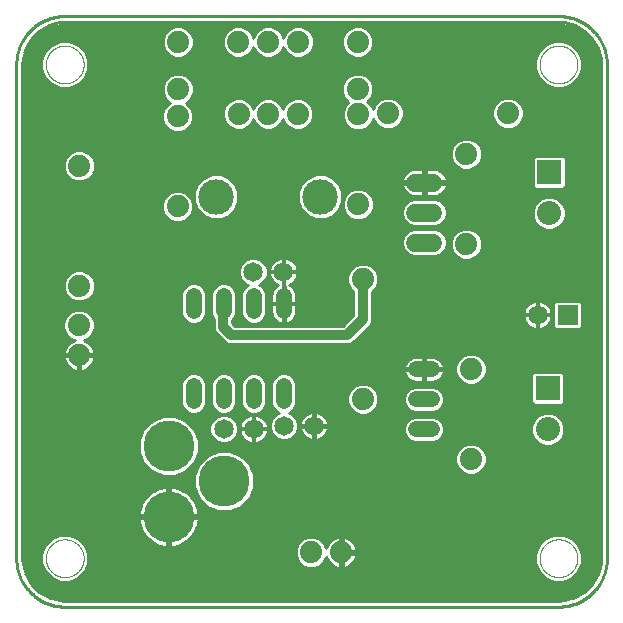
<source format=gbl>
G75*
%MOIN*%
%OFA0B0*%
%FSLAX25Y25*%
%IPPOS*%
%LPD*%
%AMOC8*
5,1,8,0,0,1.08239X$1,22.5*
%
%ADD10C,0.01000*%
%ADD11C,0.06500*%
%ADD12C,0.07400*%
%ADD13C,0.05200*%
%ADD14C,0.06000*%
%ADD15C,0.11811*%
%ADD16R,0.06500X0.06500*%
%ADD17C,0.00000*%
%ADD18R,0.08000X0.08000*%
%ADD19C,0.08000*%
%ADD20C,0.17000*%
%ADD21C,0.03200*%
D10*
X0020989Y0018574D02*
X0019143Y0021771D01*
X0018188Y0025337D01*
X0018067Y0027183D01*
X0018067Y0191750D01*
X0018188Y0193596D01*
X0019143Y0197162D01*
X0020989Y0200359D01*
X0023600Y0202970D01*
X0026797Y0204815D01*
X0030363Y0205771D01*
X0032209Y0205892D01*
X0196776Y0205892D01*
X0198621Y0205771D01*
X0202187Y0204815D01*
X0205385Y0202970D01*
X0207995Y0200359D01*
X0209841Y0197162D01*
X0210796Y0193596D01*
X0210917Y0191750D01*
X0210917Y0027183D01*
X0210796Y0025337D01*
X0209841Y0021771D01*
X0207995Y0018574D01*
X0205385Y0015964D01*
X0202187Y0014118D01*
X0198621Y0013162D01*
X0196776Y0013041D01*
X0032209Y0013041D01*
X0030363Y0013162D01*
X0026797Y0014118D01*
X0023600Y0015964D01*
X0020989Y0018574D01*
X0020726Y0019030D02*
X0208258Y0019030D01*
X0208834Y0020028D02*
X0199882Y0020028D01*
X0201193Y0020571D02*
X0198327Y0019384D01*
X0195224Y0019384D01*
X0192358Y0020571D01*
X0190164Y0022765D01*
X0188976Y0025632D01*
X0188976Y0028735D01*
X0190164Y0031601D01*
X0192358Y0033795D01*
X0195224Y0034982D01*
X0198327Y0034982D01*
X0201193Y0033795D01*
X0203387Y0031601D01*
X0204575Y0028735D01*
X0204575Y0025632D01*
X0203387Y0022765D01*
X0201193Y0020571D01*
X0201649Y0021027D02*
X0209411Y0021027D01*
X0209909Y0022025D02*
X0202647Y0022025D01*
X0203494Y0023024D02*
X0210176Y0023024D01*
X0210444Y0024022D02*
X0203908Y0024022D01*
X0204322Y0025021D02*
X0210711Y0025021D01*
X0210841Y0026019D02*
X0204575Y0026019D01*
X0204575Y0027018D02*
X0210906Y0027018D01*
X0210917Y0028016D02*
X0204575Y0028016D01*
X0204459Y0029015D02*
X0210917Y0029015D01*
X0210917Y0030013D02*
X0204045Y0030013D01*
X0203632Y0031012D02*
X0210917Y0031012D01*
X0210917Y0032010D02*
X0202978Y0032010D01*
X0201980Y0033009D02*
X0210917Y0033009D01*
X0210917Y0034007D02*
X0200681Y0034007D01*
X0212918Y0027183D02*
X0212913Y0026793D01*
X0212899Y0026403D01*
X0212876Y0026014D01*
X0212843Y0025625D01*
X0212800Y0025237D01*
X0212749Y0024851D01*
X0212688Y0024465D01*
X0212617Y0024082D01*
X0212538Y0023700D01*
X0212449Y0023320D01*
X0212351Y0022942D01*
X0212244Y0022567D01*
X0212128Y0022195D01*
X0212003Y0021825D01*
X0211869Y0021459D01*
X0211726Y0021096D01*
X0211575Y0020736D01*
X0211415Y0020381D01*
X0211246Y0020029D01*
X0211069Y0019681D01*
X0210884Y0019338D01*
X0210690Y0019000D01*
X0210488Y0018666D01*
X0210278Y0018337D01*
X0210061Y0018013D01*
X0209835Y0017695D01*
X0209602Y0017382D01*
X0209362Y0017075D01*
X0209114Y0016774D01*
X0208858Y0016479D01*
X0208596Y0016190D01*
X0208327Y0015908D01*
X0208051Y0015632D01*
X0207769Y0015363D01*
X0207480Y0015101D01*
X0207185Y0014845D01*
X0206884Y0014597D01*
X0206577Y0014357D01*
X0206264Y0014124D01*
X0205946Y0013898D01*
X0205622Y0013681D01*
X0205293Y0013471D01*
X0204959Y0013269D01*
X0204621Y0013075D01*
X0204278Y0012890D01*
X0203930Y0012713D01*
X0203578Y0012544D01*
X0203223Y0012384D01*
X0202863Y0012233D01*
X0202500Y0012090D01*
X0202134Y0011956D01*
X0201764Y0011831D01*
X0201392Y0011715D01*
X0201017Y0011608D01*
X0200639Y0011510D01*
X0200259Y0011421D01*
X0199877Y0011342D01*
X0199494Y0011271D01*
X0199108Y0011210D01*
X0198722Y0011159D01*
X0198334Y0011116D01*
X0197945Y0011083D01*
X0197556Y0011060D01*
X0197166Y0011046D01*
X0196776Y0011041D01*
X0032209Y0011041D01*
X0027099Y0014037D02*
X0201885Y0014037D01*
X0203777Y0015036D02*
X0025208Y0015036D01*
X0026797Y0014118D02*
X0026797Y0014118D01*
X0023529Y0016034D02*
X0205455Y0016034D01*
X0206453Y0017033D02*
X0022531Y0017033D01*
X0021532Y0018031D02*
X0207452Y0018031D01*
X0212917Y0027183D02*
X0212917Y0191750D01*
X0210916Y0191772D02*
X0204575Y0191772D01*
X0204575Y0190773D02*
X0210917Y0190773D01*
X0210917Y0189775D02*
X0204399Y0189775D01*
X0204575Y0190199D02*
X0203387Y0187332D01*
X0201193Y0185138D01*
X0198327Y0183951D01*
X0195224Y0183951D01*
X0192358Y0185138D01*
X0190164Y0187332D01*
X0188976Y0190199D01*
X0188976Y0193301D01*
X0190164Y0196168D01*
X0192358Y0198362D01*
X0195224Y0199549D01*
X0198327Y0199549D01*
X0201193Y0198362D01*
X0203387Y0196168D01*
X0204575Y0193301D01*
X0204575Y0190199D01*
X0203986Y0188776D02*
X0210917Y0188776D01*
X0210917Y0187778D02*
X0203572Y0187778D01*
X0202835Y0186779D02*
X0210917Y0186779D01*
X0210917Y0185781D02*
X0201836Y0185781D01*
X0200334Y0184782D02*
X0210917Y0184782D01*
X0210917Y0183784D02*
X0135046Y0183784D01*
X0135046Y0184517D02*
X0134255Y0186428D01*
X0132792Y0187891D01*
X0130881Y0188682D01*
X0128812Y0188682D01*
X0126901Y0187891D01*
X0125438Y0186428D01*
X0124646Y0184517D01*
X0124646Y0182448D01*
X0125438Y0180537D01*
X0126784Y0179191D01*
X0125635Y0178042D01*
X0124843Y0176131D01*
X0124843Y0174062D01*
X0125635Y0172151D01*
X0127098Y0170688D01*
X0129009Y0169897D01*
X0131078Y0169897D01*
X0132989Y0170688D01*
X0134452Y0172151D01*
X0135085Y0173681D01*
X0135556Y0172545D01*
X0137019Y0171082D01*
X0138930Y0170290D01*
X0140999Y0170290D01*
X0142910Y0171082D01*
X0144373Y0172545D01*
X0145165Y0174456D01*
X0145165Y0176525D01*
X0144373Y0178436D01*
X0142910Y0179899D01*
X0140999Y0180690D01*
X0138930Y0180690D01*
X0137019Y0179899D01*
X0135556Y0178436D01*
X0134922Y0176906D01*
X0134452Y0178042D01*
X0133106Y0179388D01*
X0134255Y0180537D01*
X0135046Y0182448D01*
X0135046Y0184517D01*
X0134936Y0184782D02*
X0193217Y0184782D01*
X0191715Y0185781D02*
X0134523Y0185781D01*
X0133903Y0186779D02*
X0190716Y0186779D01*
X0189979Y0187778D02*
X0132905Y0187778D01*
X0126788Y0187778D02*
X0073062Y0187778D01*
X0072949Y0187891D02*
X0071038Y0188682D01*
X0068970Y0188682D01*
X0067058Y0187891D01*
X0065596Y0186428D01*
X0064804Y0184517D01*
X0064804Y0182448D01*
X0065596Y0180537D01*
X0067058Y0179074D01*
X0067200Y0179015D01*
X0066862Y0178875D01*
X0065399Y0177412D01*
X0064607Y0175501D01*
X0064607Y0173432D01*
X0065399Y0171521D01*
X0066862Y0170058D01*
X0068773Y0169267D01*
X0070841Y0169267D01*
X0072753Y0170058D01*
X0074215Y0171521D01*
X0075007Y0173432D01*
X0075007Y0175501D01*
X0074215Y0177412D01*
X0072753Y0178875D01*
X0072611Y0178934D01*
X0072949Y0179074D01*
X0074412Y0180537D01*
X0075204Y0182448D01*
X0075204Y0184517D01*
X0074412Y0186428D01*
X0072949Y0187891D01*
X0074061Y0186779D02*
X0125790Y0186779D01*
X0125170Y0185781D02*
X0074680Y0185781D01*
X0075094Y0184782D02*
X0124757Y0184782D01*
X0124646Y0183784D02*
X0075204Y0183784D01*
X0075204Y0182785D02*
X0124646Y0182785D01*
X0124920Y0181787D02*
X0074930Y0181787D01*
X0074516Y0180788D02*
X0125334Y0180788D01*
X0126185Y0179790D02*
X0112484Y0179790D01*
X0112792Y0179662D02*
X0110881Y0180454D01*
X0108812Y0180454D01*
X0106901Y0179662D01*
X0105438Y0178200D01*
X0104925Y0176961D01*
X0104412Y0178200D01*
X0102949Y0179662D01*
X0101038Y0180454D01*
X0098970Y0180454D01*
X0097058Y0179662D01*
X0095596Y0178200D01*
X0095083Y0176961D01*
X0094570Y0178200D01*
X0093107Y0179662D01*
X0091196Y0180454D01*
X0089127Y0180454D01*
X0087216Y0179662D01*
X0085753Y0178200D01*
X0084961Y0176288D01*
X0084961Y0174220D01*
X0085753Y0172308D01*
X0087216Y0170846D01*
X0089127Y0170054D01*
X0091196Y0170054D01*
X0093107Y0170846D01*
X0094570Y0172308D01*
X0095083Y0173547D01*
X0095596Y0172308D01*
X0097058Y0170846D01*
X0098970Y0170054D01*
X0101038Y0170054D01*
X0102949Y0170846D01*
X0104412Y0172308D01*
X0104925Y0173547D01*
X0105438Y0172308D01*
X0106901Y0170846D01*
X0108812Y0170054D01*
X0110881Y0170054D01*
X0112792Y0170846D01*
X0114255Y0172308D01*
X0115046Y0174220D01*
X0115046Y0176288D01*
X0114255Y0178200D01*
X0112792Y0179662D01*
X0113663Y0178791D02*
X0126384Y0178791D01*
X0125532Y0177793D02*
X0114423Y0177793D01*
X0114837Y0176794D02*
X0125118Y0176794D01*
X0124843Y0175796D02*
X0115046Y0175796D01*
X0115046Y0174797D02*
X0124843Y0174797D01*
X0124952Y0173799D02*
X0114872Y0173799D01*
X0114459Y0172800D02*
X0125366Y0172800D01*
X0125984Y0171802D02*
X0113748Y0171802D01*
X0112690Y0170803D02*
X0126983Y0170803D01*
X0133104Y0170803D02*
X0137692Y0170803D01*
X0136299Y0171802D02*
X0134102Y0171802D01*
X0134721Y0172800D02*
X0135450Y0172800D01*
X0135290Y0177793D02*
X0134555Y0177793D01*
X0133702Y0178791D02*
X0135912Y0178791D01*
X0136910Y0179790D02*
X0133508Y0179790D01*
X0134359Y0180788D02*
X0210917Y0180788D01*
X0210917Y0179790D02*
X0183019Y0179790D01*
X0182910Y0179899D02*
X0180999Y0180690D01*
X0178930Y0180690D01*
X0177019Y0179899D01*
X0175556Y0178436D01*
X0174765Y0176525D01*
X0174765Y0174456D01*
X0175556Y0172545D01*
X0177019Y0171082D01*
X0178930Y0170290D01*
X0180999Y0170290D01*
X0182910Y0171082D01*
X0184373Y0172545D01*
X0185165Y0174456D01*
X0185165Y0176525D01*
X0184373Y0178436D01*
X0182910Y0179899D01*
X0184017Y0178791D02*
X0210917Y0178791D01*
X0210917Y0177793D02*
X0184639Y0177793D01*
X0185053Y0176794D02*
X0210917Y0176794D01*
X0210917Y0175796D02*
X0185165Y0175796D01*
X0185165Y0174797D02*
X0210917Y0174797D01*
X0210917Y0173799D02*
X0184892Y0173799D01*
X0184479Y0172800D02*
X0210917Y0172800D01*
X0210917Y0171802D02*
X0183630Y0171802D01*
X0182237Y0170803D02*
X0210917Y0170803D01*
X0210917Y0169805D02*
X0072141Y0169805D01*
X0073498Y0170803D02*
X0087318Y0170803D01*
X0086260Y0171802D02*
X0074332Y0171802D01*
X0074745Y0172800D02*
X0085549Y0172800D01*
X0085136Y0173799D02*
X0075007Y0173799D01*
X0075007Y0174797D02*
X0084961Y0174797D01*
X0084961Y0175796D02*
X0074885Y0175796D01*
X0074471Y0176794D02*
X0085171Y0176794D01*
X0085585Y0177793D02*
X0073835Y0177793D01*
X0072836Y0178791D02*
X0086345Y0178791D01*
X0087524Y0179790D02*
X0073665Y0179790D01*
X0066778Y0178791D02*
X0018067Y0178791D01*
X0018067Y0177793D02*
X0065779Y0177793D01*
X0065143Y0176794D02*
X0018067Y0176794D01*
X0018067Y0175796D02*
X0064729Y0175796D01*
X0064607Y0174797D02*
X0018067Y0174797D01*
X0018067Y0173799D02*
X0064607Y0173799D01*
X0064869Y0172800D02*
X0018067Y0172800D01*
X0018067Y0171802D02*
X0065282Y0171802D01*
X0066117Y0170803D02*
X0018067Y0170803D01*
X0018067Y0169805D02*
X0067474Y0169805D01*
X0066343Y0179790D02*
X0018067Y0179790D01*
X0018067Y0180788D02*
X0065491Y0180788D01*
X0065078Y0181787D02*
X0018067Y0181787D01*
X0018067Y0182785D02*
X0064804Y0182785D01*
X0064804Y0183784D02*
X0018067Y0183784D01*
X0018067Y0184782D02*
X0028650Y0184782D01*
X0027791Y0185138D02*
X0030657Y0183951D01*
X0033760Y0183951D01*
X0036627Y0185138D01*
X0038821Y0187332D01*
X0040008Y0190199D01*
X0040008Y0193301D01*
X0038821Y0196168D01*
X0036627Y0198362D01*
X0033760Y0199549D01*
X0030657Y0199549D01*
X0027791Y0198362D01*
X0025597Y0196168D01*
X0024409Y0193301D01*
X0024409Y0190199D01*
X0025597Y0187332D01*
X0027791Y0185138D01*
X0027148Y0185781D02*
X0018067Y0185781D01*
X0018067Y0186779D02*
X0026150Y0186779D01*
X0025412Y0187778D02*
X0018067Y0187778D01*
X0018067Y0188776D02*
X0024999Y0188776D01*
X0024585Y0189775D02*
X0018067Y0189775D01*
X0018067Y0190773D02*
X0024409Y0190773D01*
X0024409Y0191772D02*
X0018068Y0191772D01*
X0018134Y0192771D02*
X0024409Y0192771D01*
X0024603Y0193769D02*
X0018234Y0193769D01*
X0018502Y0194768D02*
X0025017Y0194768D01*
X0025430Y0195766D02*
X0018769Y0195766D01*
X0019037Y0196765D02*
X0026193Y0196765D01*
X0027192Y0197763D02*
X0019490Y0197763D01*
X0020067Y0198762D02*
X0028756Y0198762D01*
X0024959Y0203754D02*
X0067337Y0203754D01*
X0067058Y0203639D02*
X0065596Y0202176D01*
X0064804Y0200265D01*
X0064804Y0198196D01*
X0065596Y0196285D01*
X0067058Y0194822D01*
X0068970Y0194030D01*
X0071038Y0194030D01*
X0072949Y0194822D01*
X0074412Y0196285D01*
X0075204Y0198196D01*
X0075204Y0200265D01*
X0074412Y0202176D01*
X0072949Y0203639D01*
X0071038Y0204430D01*
X0068970Y0204430D01*
X0067058Y0203639D01*
X0066175Y0202756D02*
X0023386Y0202756D01*
X0022387Y0201757D02*
X0065422Y0201757D01*
X0065008Y0200759D02*
X0021389Y0200759D01*
X0020643Y0199760D02*
X0064804Y0199760D01*
X0064804Y0198762D02*
X0035662Y0198762D01*
X0037225Y0197763D02*
X0064983Y0197763D01*
X0065397Y0196765D02*
X0038224Y0196765D01*
X0038987Y0195766D02*
X0066114Y0195766D01*
X0067190Y0194768D02*
X0039401Y0194768D01*
X0039814Y0193769D02*
X0189170Y0193769D01*
X0188976Y0192771D02*
X0040008Y0192771D01*
X0040008Y0191772D02*
X0188976Y0191772D01*
X0188976Y0190773D02*
X0040008Y0190773D01*
X0039832Y0189775D02*
X0189152Y0189775D01*
X0189566Y0188776D02*
X0039419Y0188776D01*
X0039005Y0187778D02*
X0066946Y0187778D01*
X0065947Y0186779D02*
X0038268Y0186779D01*
X0037269Y0185781D02*
X0065328Y0185781D01*
X0064914Y0184782D02*
X0035767Y0184782D01*
X0016067Y0191750D02*
X0016072Y0192140D01*
X0016086Y0192530D01*
X0016109Y0192919D01*
X0016142Y0193308D01*
X0016185Y0193696D01*
X0016236Y0194082D01*
X0016297Y0194468D01*
X0016368Y0194851D01*
X0016447Y0195233D01*
X0016536Y0195613D01*
X0016634Y0195991D01*
X0016741Y0196366D01*
X0016857Y0196738D01*
X0016982Y0197108D01*
X0017116Y0197474D01*
X0017259Y0197837D01*
X0017410Y0198197D01*
X0017570Y0198552D01*
X0017739Y0198904D01*
X0017916Y0199252D01*
X0018101Y0199595D01*
X0018295Y0199933D01*
X0018497Y0200267D01*
X0018707Y0200596D01*
X0018924Y0200920D01*
X0019150Y0201238D01*
X0019383Y0201551D01*
X0019623Y0201858D01*
X0019871Y0202159D01*
X0020127Y0202454D01*
X0020389Y0202743D01*
X0020658Y0203025D01*
X0020934Y0203301D01*
X0021216Y0203570D01*
X0021505Y0203832D01*
X0021800Y0204088D01*
X0022101Y0204336D01*
X0022408Y0204576D01*
X0022721Y0204809D01*
X0023039Y0205035D01*
X0023363Y0205252D01*
X0023692Y0205462D01*
X0024026Y0205664D01*
X0024364Y0205858D01*
X0024707Y0206043D01*
X0025055Y0206220D01*
X0025407Y0206389D01*
X0025762Y0206549D01*
X0026122Y0206700D01*
X0026485Y0206843D01*
X0026851Y0206977D01*
X0027221Y0207102D01*
X0027593Y0207218D01*
X0027968Y0207325D01*
X0028346Y0207423D01*
X0028726Y0207512D01*
X0029108Y0207591D01*
X0029491Y0207662D01*
X0029877Y0207723D01*
X0030263Y0207774D01*
X0030651Y0207817D01*
X0031040Y0207850D01*
X0031429Y0207873D01*
X0031819Y0207887D01*
X0032209Y0207892D01*
X0196776Y0207892D01*
X0198695Y0205751D02*
X0030289Y0205751D01*
X0026688Y0204753D02*
X0202296Y0204753D01*
X0204025Y0203754D02*
X0132513Y0203754D01*
X0132792Y0203639D02*
X0130881Y0204430D01*
X0128812Y0204430D01*
X0126901Y0203639D01*
X0125438Y0202176D01*
X0124646Y0200265D01*
X0124646Y0198196D01*
X0125438Y0196285D01*
X0126901Y0194822D01*
X0128812Y0194030D01*
X0130881Y0194030D01*
X0132792Y0194822D01*
X0134255Y0196285D01*
X0135046Y0198196D01*
X0135046Y0200265D01*
X0134255Y0202176D01*
X0132792Y0203639D01*
X0133675Y0202756D02*
X0205598Y0202756D01*
X0206597Y0201757D02*
X0134428Y0201757D01*
X0134842Y0200759D02*
X0207595Y0200759D01*
X0208341Y0199760D02*
X0135046Y0199760D01*
X0135046Y0198762D02*
X0193322Y0198762D01*
X0191759Y0197763D02*
X0134867Y0197763D01*
X0134453Y0196765D02*
X0190760Y0196765D01*
X0189997Y0195766D02*
X0133736Y0195766D01*
X0132660Y0194768D02*
X0189584Y0194768D01*
X0196776Y0207892D02*
X0197166Y0207887D01*
X0197556Y0207873D01*
X0197945Y0207850D01*
X0198334Y0207817D01*
X0198722Y0207774D01*
X0199108Y0207723D01*
X0199494Y0207662D01*
X0199877Y0207591D01*
X0200259Y0207512D01*
X0200639Y0207423D01*
X0201017Y0207325D01*
X0201392Y0207218D01*
X0201764Y0207102D01*
X0202134Y0206977D01*
X0202500Y0206843D01*
X0202863Y0206700D01*
X0203223Y0206549D01*
X0203578Y0206389D01*
X0203930Y0206220D01*
X0204278Y0206043D01*
X0204621Y0205858D01*
X0204959Y0205664D01*
X0205293Y0205462D01*
X0205622Y0205252D01*
X0205946Y0205035D01*
X0206264Y0204809D01*
X0206577Y0204576D01*
X0206884Y0204336D01*
X0207185Y0204088D01*
X0207480Y0203832D01*
X0207769Y0203570D01*
X0208051Y0203301D01*
X0208327Y0203025D01*
X0208596Y0202743D01*
X0208858Y0202454D01*
X0209114Y0202159D01*
X0209362Y0201858D01*
X0209602Y0201551D01*
X0209835Y0201238D01*
X0210061Y0200920D01*
X0210278Y0200596D01*
X0210488Y0200267D01*
X0210690Y0199933D01*
X0210884Y0199595D01*
X0211069Y0199252D01*
X0211246Y0198904D01*
X0211415Y0198552D01*
X0211575Y0198197D01*
X0211726Y0197837D01*
X0211869Y0197474D01*
X0212003Y0197108D01*
X0212128Y0196738D01*
X0212244Y0196366D01*
X0212351Y0195991D01*
X0212449Y0195613D01*
X0212538Y0195233D01*
X0212617Y0194851D01*
X0212688Y0194468D01*
X0212749Y0194082D01*
X0212800Y0193696D01*
X0212843Y0193308D01*
X0212876Y0192919D01*
X0212899Y0192530D01*
X0212913Y0192140D01*
X0212918Y0191750D01*
X0210850Y0192771D02*
X0204575Y0192771D01*
X0204381Y0193769D02*
X0210750Y0193769D01*
X0210482Y0194768D02*
X0203968Y0194768D01*
X0203554Y0195766D02*
X0210215Y0195766D01*
X0209947Y0196765D02*
X0202791Y0196765D01*
X0201792Y0197763D02*
X0209494Y0197763D01*
X0208917Y0198762D02*
X0200229Y0198762D01*
X0210917Y0182785D02*
X0135046Y0182785D01*
X0134773Y0181787D02*
X0210917Y0181787D01*
X0210917Y0168806D02*
X0018067Y0168806D01*
X0018067Y0167808D02*
X0210917Y0167808D01*
X0210917Y0166809D02*
X0167727Y0166809D01*
X0167101Y0167068D02*
X0165033Y0167068D01*
X0163121Y0166277D01*
X0161659Y0164814D01*
X0160867Y0162903D01*
X0160867Y0160834D01*
X0161659Y0158923D01*
X0163121Y0157460D01*
X0165033Y0156668D01*
X0167101Y0156668D01*
X0169012Y0157460D01*
X0170475Y0158923D01*
X0171267Y0160834D01*
X0171267Y0162903D01*
X0170475Y0164814D01*
X0169012Y0166277D01*
X0167101Y0167068D01*
X0169478Y0165811D02*
X0210917Y0165811D01*
X0210917Y0164812D02*
X0170476Y0164812D01*
X0170890Y0163814D02*
X0210917Y0163814D01*
X0210917Y0162815D02*
X0171267Y0162815D01*
X0171267Y0161817D02*
X0210917Y0161817D01*
X0210917Y0160818D02*
X0198852Y0160818D01*
X0199126Y0160545D02*
X0198247Y0161423D01*
X0189005Y0161423D01*
X0188126Y0160545D01*
X0188126Y0151302D01*
X0189005Y0150423D01*
X0198247Y0150423D01*
X0199126Y0151302D01*
X0199126Y0160545D01*
X0199126Y0159820D02*
X0210917Y0159820D01*
X0210917Y0158821D02*
X0199126Y0158821D01*
X0199126Y0157823D02*
X0210917Y0157823D01*
X0210917Y0156824D02*
X0199126Y0156824D01*
X0199126Y0155826D02*
X0210917Y0155826D01*
X0210917Y0154827D02*
X0199126Y0154827D01*
X0199126Y0153829D02*
X0210917Y0153829D01*
X0210917Y0152830D02*
X0199126Y0152830D01*
X0199126Y0151832D02*
X0210917Y0151832D01*
X0210917Y0150833D02*
X0198657Y0150833D01*
X0196741Y0146806D02*
X0194720Y0147644D01*
X0192532Y0147644D01*
X0190510Y0146806D01*
X0188963Y0145259D01*
X0188126Y0143238D01*
X0188126Y0141050D01*
X0188963Y0139028D01*
X0190510Y0137481D01*
X0192532Y0136644D01*
X0194720Y0136644D01*
X0196741Y0137481D01*
X0198289Y0139028D01*
X0199126Y0141050D01*
X0199126Y0143238D01*
X0198289Y0145259D01*
X0196741Y0146806D01*
X0196663Y0146839D02*
X0210917Y0146839D01*
X0210917Y0145840D02*
X0197707Y0145840D01*
X0198462Y0144842D02*
X0210917Y0144842D01*
X0210917Y0143843D02*
X0198875Y0143843D01*
X0199126Y0142845D02*
X0210917Y0142845D01*
X0210917Y0141846D02*
X0199126Y0141846D01*
X0199042Y0140848D02*
X0210917Y0140848D01*
X0210917Y0139849D02*
X0198629Y0139849D01*
X0198111Y0138851D02*
X0210917Y0138851D01*
X0210917Y0137852D02*
X0197113Y0137852D01*
X0195227Y0136854D02*
X0210917Y0136854D01*
X0210917Y0135855D02*
X0169434Y0135855D01*
X0169012Y0136277D02*
X0167101Y0137068D01*
X0165033Y0137068D01*
X0163121Y0136277D01*
X0161659Y0134814D01*
X0160867Y0132903D01*
X0160867Y0130834D01*
X0161659Y0128923D01*
X0163121Y0127460D01*
X0165033Y0126668D01*
X0167101Y0126668D01*
X0169012Y0127460D01*
X0170475Y0128923D01*
X0171267Y0130834D01*
X0171267Y0132903D01*
X0170475Y0134814D01*
X0169012Y0136277D01*
X0167619Y0136854D02*
X0192025Y0136854D01*
X0190139Y0137852D02*
X0018067Y0137852D01*
X0018067Y0136854D02*
X0148037Y0136854D01*
X0148195Y0136919D02*
X0146541Y0136234D01*
X0145276Y0134968D01*
X0144591Y0133315D01*
X0144591Y0131524D01*
X0145276Y0129870D01*
X0146541Y0128604D01*
X0148195Y0127919D01*
X0155986Y0127919D01*
X0157640Y0128604D01*
X0158905Y0129870D01*
X0159591Y0131524D01*
X0159591Y0133315D01*
X0158905Y0134968D01*
X0157640Y0136234D01*
X0155986Y0136919D01*
X0148195Y0136919D01*
X0148195Y0137919D02*
X0146541Y0138604D01*
X0145276Y0139870D01*
X0144591Y0141524D01*
X0144591Y0143315D01*
X0145276Y0144968D01*
X0146541Y0146234D01*
X0148195Y0146919D01*
X0155986Y0146919D01*
X0157640Y0146234D01*
X0158905Y0144968D01*
X0159591Y0143315D01*
X0159591Y0141524D01*
X0158905Y0139870D01*
X0157640Y0138604D01*
X0155986Y0137919D01*
X0148195Y0137919D01*
X0146295Y0138851D02*
X0018067Y0138851D01*
X0018067Y0139849D02*
X0067366Y0139849D01*
X0066862Y0140058D02*
X0068773Y0139267D01*
X0070841Y0139267D01*
X0072753Y0140058D01*
X0074215Y0141521D01*
X0075007Y0143432D01*
X0075007Y0145501D01*
X0074215Y0147412D01*
X0072753Y0148875D01*
X0070841Y0149667D01*
X0068773Y0149667D01*
X0066862Y0148875D01*
X0065399Y0147412D01*
X0064607Y0145501D01*
X0064607Y0143432D01*
X0065399Y0141521D01*
X0066862Y0140058D01*
X0066072Y0140848D02*
X0018067Y0140848D01*
X0018067Y0141846D02*
X0065264Y0141846D01*
X0064850Y0142845D02*
X0018067Y0142845D01*
X0018067Y0143843D02*
X0064607Y0143843D01*
X0064607Y0144842D02*
X0018067Y0144842D01*
X0018067Y0145840D02*
X0064748Y0145840D01*
X0065161Y0146839D02*
X0018067Y0146839D01*
X0018067Y0147838D02*
X0065824Y0147838D01*
X0066823Y0148836D02*
X0018067Y0148836D01*
X0018067Y0149835D02*
X0075552Y0149835D01*
X0075276Y0149168D02*
X0075276Y0146222D01*
X0076403Y0143500D01*
X0078486Y0141417D01*
X0081208Y0140289D01*
X0084154Y0140289D01*
X0086876Y0141417D01*
X0088959Y0143500D01*
X0090087Y0146222D01*
X0090087Y0149168D01*
X0088959Y0151890D01*
X0086876Y0153973D01*
X0084154Y0155101D01*
X0081208Y0155101D01*
X0078486Y0153973D01*
X0076403Y0151890D01*
X0075276Y0149168D01*
X0075276Y0148836D02*
X0072792Y0148836D01*
X0073790Y0147838D02*
X0075276Y0147838D01*
X0075276Y0146839D02*
X0074453Y0146839D01*
X0074866Y0145840D02*
X0075434Y0145840D01*
X0075847Y0144842D02*
X0075007Y0144842D01*
X0075007Y0143843D02*
X0076261Y0143843D01*
X0077058Y0142845D02*
X0074764Y0142845D01*
X0074350Y0141846D02*
X0078057Y0141846D01*
X0079860Y0140848D02*
X0073542Y0140848D01*
X0072248Y0139849D02*
X0145297Y0139849D01*
X0144871Y0140848D02*
X0133149Y0140848D01*
X0132989Y0140688D02*
X0134452Y0142151D01*
X0135243Y0144062D01*
X0135243Y0146131D01*
X0134452Y0148042D01*
X0132989Y0149505D01*
X0131078Y0150297D01*
X0129009Y0150297D01*
X0127098Y0149505D01*
X0125635Y0148042D01*
X0124843Y0146131D01*
X0124843Y0144062D01*
X0125635Y0142151D01*
X0127098Y0140688D01*
X0129009Y0139897D01*
X0131078Y0139897D01*
X0132989Y0140688D01*
X0134147Y0141846D02*
X0144591Y0141846D01*
X0144591Y0142845D02*
X0134739Y0142845D01*
X0135153Y0143843D02*
X0144810Y0143843D01*
X0145223Y0144842D02*
X0135243Y0144842D01*
X0135243Y0145840D02*
X0146148Y0145840D01*
X0148001Y0146839D02*
X0134950Y0146839D01*
X0134536Y0147838D02*
X0210917Y0147838D01*
X0210917Y0148836D02*
X0157814Y0148836D01*
X0158022Y0148987D02*
X0158523Y0149488D01*
X0158939Y0150061D01*
X0159261Y0150692D01*
X0159480Y0151366D01*
X0159567Y0151919D01*
X0152591Y0151919D01*
X0152591Y0152919D01*
X0159567Y0152919D01*
X0159480Y0153473D01*
X0159261Y0154147D01*
X0158939Y0154778D01*
X0158523Y0155351D01*
X0158022Y0155852D01*
X0157449Y0156268D01*
X0156818Y0156590D01*
X0156144Y0156809D01*
X0155445Y0156919D01*
X0152591Y0156919D01*
X0152591Y0152919D01*
X0151591Y0152919D01*
X0151591Y0156919D01*
X0148736Y0156919D01*
X0148037Y0156809D01*
X0147363Y0156590D01*
X0146732Y0156268D01*
X0146159Y0155852D01*
X0145658Y0155351D01*
X0145242Y0154778D01*
X0144920Y0154147D01*
X0144701Y0153473D01*
X0144614Y0152919D01*
X0151590Y0152919D01*
X0151590Y0151919D01*
X0144614Y0151919D01*
X0144701Y0151366D01*
X0144920Y0150692D01*
X0145242Y0150061D01*
X0145658Y0149488D01*
X0146159Y0148987D01*
X0146732Y0148571D01*
X0147363Y0148249D01*
X0148037Y0148030D01*
X0148736Y0147919D01*
X0151591Y0147919D01*
X0151591Y0151919D01*
X0152591Y0151919D01*
X0152591Y0147919D01*
X0155445Y0147919D01*
X0156144Y0148030D01*
X0156818Y0148249D01*
X0157449Y0148571D01*
X0158022Y0148987D01*
X0158775Y0149835D02*
X0210917Y0149835D01*
X0210917Y0134857D02*
X0170432Y0134857D01*
X0170871Y0133858D02*
X0210917Y0133858D01*
X0210917Y0132860D02*
X0171267Y0132860D01*
X0171267Y0131861D02*
X0210917Y0131861D01*
X0210917Y0130863D02*
X0171267Y0130863D01*
X0170865Y0129864D02*
X0210917Y0129864D01*
X0210917Y0128866D02*
X0170418Y0128866D01*
X0169420Y0127867D02*
X0210917Y0127867D01*
X0210917Y0126869D02*
X0167585Y0126869D01*
X0164548Y0126869D02*
X0107277Y0126869D01*
X0107572Y0126718D02*
X0106906Y0127058D01*
X0106195Y0127289D01*
X0105457Y0127406D01*
X0105272Y0127406D01*
X0105272Y0122845D01*
X0104894Y0122845D01*
X0104894Y0127406D01*
X0104709Y0127406D01*
X0103970Y0127289D01*
X0103259Y0127058D01*
X0102593Y0126718D01*
X0101988Y0126279D01*
X0101460Y0125750D01*
X0101020Y0125145D01*
X0100681Y0124479D01*
X0100450Y0123768D01*
X0100333Y0123029D01*
X0100333Y0122845D01*
X0104894Y0122845D01*
X0104894Y0122467D01*
X0100333Y0122467D01*
X0100333Y0122282D01*
X0100450Y0121543D01*
X0100681Y0120832D01*
X0101020Y0120166D01*
X0101460Y0119561D01*
X0101988Y0119033D01*
X0102593Y0118593D01*
X0103236Y0118266D01*
X0103052Y0118172D01*
X0102530Y0117792D01*
X0102073Y0117336D01*
X0101694Y0116814D01*
X0101401Y0116239D01*
X0101202Y0115625D01*
X0101101Y0114988D01*
X0101101Y0112365D01*
X0104901Y0112365D01*
X0104901Y0118765D01*
X0104894Y0118765D01*
X0104894Y0122467D01*
X0105272Y0122467D01*
X0105272Y0122845D01*
X0109833Y0122845D01*
X0109833Y0123029D01*
X0109716Y0123768D01*
X0109485Y0124479D01*
X0109145Y0125145D01*
X0108706Y0125750D01*
X0108177Y0126279D01*
X0107572Y0126718D01*
X0108586Y0125870D02*
X0210917Y0125870D01*
X0210917Y0124872D02*
X0133884Y0124872D01*
X0134485Y0124623D02*
X0132574Y0125415D01*
X0130505Y0125415D01*
X0128594Y0124623D01*
X0127131Y0123160D01*
X0126339Y0121249D01*
X0126339Y0119180D01*
X0127131Y0117269D01*
X0128439Y0115961D01*
X0128439Y0108113D01*
X0125019Y0104693D01*
X0089005Y0104693D01*
X0088065Y0105633D01*
X0088065Y0106531D01*
X0088677Y0107143D01*
X0089301Y0108650D01*
X0089301Y0115481D01*
X0088677Y0116988D01*
X0087523Y0118141D01*
X0086016Y0118765D01*
X0084385Y0118765D01*
X0082878Y0118141D01*
X0081725Y0116988D01*
X0081101Y0115481D01*
X0081101Y0108650D01*
X0081725Y0107143D01*
X0081865Y0107003D01*
X0081865Y0103732D01*
X0082337Y0102593D01*
X0083209Y0101720D01*
X0085964Y0098965D01*
X0087104Y0098493D01*
X0126920Y0098493D01*
X0128059Y0098965D01*
X0134167Y0105073D01*
X0134639Y0106212D01*
X0134639Y0115961D01*
X0135948Y0117269D01*
X0136739Y0119180D01*
X0136739Y0121249D01*
X0135948Y0123160D01*
X0134485Y0124623D01*
X0135235Y0123873D02*
X0210917Y0123873D01*
X0210917Y0122875D02*
X0136066Y0122875D01*
X0136480Y0121876D02*
X0210917Y0121876D01*
X0210917Y0120878D02*
X0136739Y0120878D01*
X0136739Y0119879D02*
X0210917Y0119879D01*
X0210917Y0118881D02*
X0136615Y0118881D01*
X0136202Y0117882D02*
X0210917Y0117882D01*
X0210917Y0116884D02*
X0135562Y0116884D01*
X0134639Y0115885D02*
X0210917Y0115885D01*
X0210917Y0114887D02*
X0134639Y0114887D01*
X0134639Y0113888D02*
X0210917Y0113888D01*
X0210917Y0112890D02*
X0203824Y0112890D01*
X0203678Y0113036D02*
X0195936Y0113036D01*
X0195057Y0112157D01*
X0195057Y0104414D01*
X0195936Y0103536D01*
X0203678Y0103536D01*
X0204557Y0104414D01*
X0204557Y0112157D01*
X0203678Y0113036D01*
X0204557Y0111891D02*
X0210917Y0111891D01*
X0210917Y0110893D02*
X0204557Y0110893D01*
X0204557Y0109894D02*
X0210917Y0109894D01*
X0210917Y0108896D02*
X0204557Y0108896D01*
X0204557Y0107897D02*
X0210917Y0107897D01*
X0210917Y0106899D02*
X0204557Y0106899D01*
X0204557Y0105900D02*
X0210917Y0105900D01*
X0210917Y0104902D02*
X0204557Y0104902D01*
X0204046Y0103903D02*
X0210917Y0103903D01*
X0210917Y0102905D02*
X0131999Y0102905D01*
X0132998Y0103903D02*
X0187946Y0103903D01*
X0187984Y0103884D02*
X0188695Y0103653D01*
X0189433Y0103536D01*
X0189618Y0103536D01*
X0189618Y0108096D01*
X0189996Y0108096D01*
X0189996Y0103536D01*
X0190181Y0103536D01*
X0190919Y0103653D01*
X0191630Y0103884D01*
X0192297Y0104223D01*
X0192902Y0104662D01*
X0193430Y0105191D01*
X0193870Y0105796D01*
X0194209Y0106462D01*
X0194440Y0107173D01*
X0194557Y0107912D01*
X0194557Y0108097D01*
X0189996Y0108097D01*
X0189996Y0108475D01*
X0189618Y0108475D01*
X0189618Y0113036D01*
X0189433Y0113036D01*
X0188695Y0112919D01*
X0187984Y0112688D01*
X0187318Y0112348D01*
X0186713Y0111909D01*
X0186184Y0111380D01*
X0185745Y0110775D01*
X0185405Y0110109D01*
X0185174Y0109398D01*
X0185057Y0108659D01*
X0185057Y0108475D01*
X0189618Y0108475D01*
X0189618Y0108097D01*
X0185057Y0108097D01*
X0185057Y0107912D01*
X0185174Y0107173D01*
X0185405Y0106462D01*
X0185745Y0105796D01*
X0186184Y0105191D01*
X0186713Y0104662D01*
X0187318Y0104223D01*
X0187984Y0103884D01*
X0189618Y0103903D02*
X0189996Y0103903D01*
X0189996Y0104902D02*
X0189618Y0104902D01*
X0189618Y0105900D02*
X0189996Y0105900D01*
X0189996Y0106899D02*
X0189618Y0106899D01*
X0189618Y0107897D02*
X0189996Y0107897D01*
X0189996Y0108475D02*
X0194557Y0108475D01*
X0194557Y0108659D01*
X0194440Y0109398D01*
X0194209Y0110109D01*
X0193870Y0110775D01*
X0193430Y0111380D01*
X0192902Y0111909D01*
X0192297Y0112348D01*
X0191630Y0112688D01*
X0190919Y0112919D01*
X0190181Y0113036D01*
X0189996Y0113036D01*
X0189996Y0108475D01*
X0189996Y0108896D02*
X0189618Y0108896D01*
X0189618Y0109894D02*
X0189996Y0109894D01*
X0189996Y0110893D02*
X0189618Y0110893D01*
X0189618Y0111891D02*
X0189996Y0111891D01*
X0189996Y0112890D02*
X0189618Y0112890D01*
X0188606Y0112890D02*
X0134639Y0112890D01*
X0134639Y0111891D02*
X0186695Y0111891D01*
X0185830Y0110893D02*
X0134639Y0110893D01*
X0134639Y0109894D02*
X0185335Y0109894D01*
X0185095Y0108896D02*
X0134639Y0108896D01*
X0134639Y0107897D02*
X0185059Y0107897D01*
X0185263Y0106899D02*
X0134639Y0106899D01*
X0134510Y0105900D02*
X0185692Y0105900D01*
X0186474Y0104902D02*
X0133996Y0104902D01*
X0131001Y0101906D02*
X0210917Y0101906D01*
X0210917Y0100907D02*
X0130002Y0100907D01*
X0129004Y0099909D02*
X0210917Y0099909D01*
X0210917Y0098910D02*
X0127928Y0098910D01*
X0125228Y0104902D02*
X0088796Y0104902D01*
X0088065Y0105900D02*
X0093094Y0105900D01*
X0092878Y0105989D02*
X0094385Y0105365D01*
X0096016Y0105365D01*
X0097523Y0105989D01*
X0098677Y0107143D01*
X0099301Y0108650D01*
X0099301Y0115481D01*
X0098677Y0116988D01*
X0097523Y0118141D01*
X0097059Y0118333D01*
X0097773Y0118629D01*
X0099110Y0119965D01*
X0099833Y0121711D01*
X0099833Y0123600D01*
X0099110Y0125346D01*
X0097773Y0126682D01*
X0096028Y0127406D01*
X0094138Y0127406D01*
X0092392Y0126682D01*
X0091056Y0125346D01*
X0090333Y0123600D01*
X0090333Y0121711D01*
X0091056Y0119965D01*
X0092392Y0118629D01*
X0093224Y0118284D01*
X0092878Y0118141D01*
X0091725Y0116988D01*
X0091101Y0115481D01*
X0091101Y0108650D01*
X0091725Y0107143D01*
X0092878Y0105989D01*
X0091969Y0106899D02*
X0088433Y0106899D01*
X0088989Y0107897D02*
X0091412Y0107897D01*
X0091101Y0108896D02*
X0089301Y0108896D01*
X0089301Y0109894D02*
X0091101Y0109894D01*
X0091101Y0110893D02*
X0089301Y0110893D01*
X0089301Y0111891D02*
X0091101Y0111891D01*
X0091101Y0112890D02*
X0089301Y0112890D01*
X0089301Y0113888D02*
X0091101Y0113888D01*
X0091101Y0114887D02*
X0089301Y0114887D01*
X0089133Y0115885D02*
X0091268Y0115885D01*
X0091682Y0116884D02*
X0088720Y0116884D01*
X0087782Y0117882D02*
X0092620Y0117882D01*
X0092140Y0118881D02*
X0042251Y0118881D01*
X0042251Y0119044D02*
X0041460Y0120956D01*
X0039997Y0122418D01*
X0038086Y0123210D01*
X0036017Y0123210D01*
X0034106Y0122418D01*
X0032643Y0120956D01*
X0031851Y0119044D01*
X0031851Y0116976D01*
X0032643Y0115064D01*
X0034106Y0113602D01*
X0036017Y0112810D01*
X0038086Y0112810D01*
X0039997Y0113602D01*
X0041460Y0115064D01*
X0042251Y0116976D01*
X0042251Y0119044D01*
X0041905Y0119879D02*
X0091142Y0119879D01*
X0090678Y0120878D02*
X0041492Y0120878D01*
X0040539Y0121876D02*
X0090333Y0121876D01*
X0090333Y0122875D02*
X0038895Y0122875D01*
X0035208Y0122875D02*
X0018067Y0122875D01*
X0018067Y0123873D02*
X0090446Y0123873D01*
X0090859Y0124872D02*
X0018067Y0124872D01*
X0018067Y0125870D02*
X0091580Y0125870D01*
X0092842Y0126869D02*
X0018067Y0126869D01*
X0018067Y0127867D02*
X0162714Y0127867D01*
X0161715Y0128866D02*
X0157901Y0128866D01*
X0158899Y0129864D02*
X0161269Y0129864D01*
X0160867Y0130863D02*
X0159317Y0130863D01*
X0159591Y0131861D02*
X0160867Y0131861D01*
X0160867Y0132860D02*
X0159591Y0132860D01*
X0159365Y0133858D02*
X0161263Y0133858D01*
X0161702Y0134857D02*
X0158952Y0134857D01*
X0158019Y0135855D02*
X0162700Y0135855D01*
X0164515Y0136854D02*
X0156144Y0136854D01*
X0157886Y0138851D02*
X0189141Y0138851D01*
X0188623Y0139849D02*
X0158885Y0139849D01*
X0159310Y0140848D02*
X0188210Y0140848D01*
X0188126Y0141846D02*
X0159591Y0141846D01*
X0159591Y0142845D02*
X0188126Y0142845D01*
X0188377Y0143843D02*
X0159371Y0143843D01*
X0158958Y0144842D02*
X0188790Y0144842D01*
X0189544Y0145840D02*
X0158033Y0145840D01*
X0156180Y0146839D02*
X0190589Y0146839D01*
X0188595Y0150833D02*
X0159307Y0150833D01*
X0159554Y0151832D02*
X0188126Y0151832D01*
X0188126Y0152830D02*
X0152591Y0152830D01*
X0152591Y0151832D02*
X0151591Y0151832D01*
X0151590Y0152830D02*
X0122665Y0152830D01*
X0123605Y0151890D02*
X0121522Y0153973D01*
X0118800Y0155101D01*
X0115854Y0155101D01*
X0113132Y0153973D01*
X0111049Y0151890D01*
X0109921Y0149168D01*
X0109921Y0146222D01*
X0111049Y0143500D01*
X0113132Y0141417D01*
X0115854Y0140289D01*
X0118800Y0140289D01*
X0121522Y0141417D01*
X0123605Y0143500D01*
X0124732Y0146222D01*
X0124732Y0149168D01*
X0123605Y0151890D01*
X0123629Y0151832D02*
X0144628Y0151832D01*
X0144874Y0150833D02*
X0124043Y0150833D01*
X0124456Y0149835D02*
X0127894Y0149835D01*
X0126429Y0148836D02*
X0124732Y0148836D01*
X0124732Y0147838D02*
X0125550Y0147838D01*
X0125137Y0146839D02*
X0124732Y0146839D01*
X0124843Y0145840D02*
X0124574Y0145840D01*
X0124843Y0144842D02*
X0124161Y0144842D01*
X0123747Y0143843D02*
X0124934Y0143843D01*
X0125348Y0142845D02*
X0122950Y0142845D01*
X0121951Y0141846D02*
X0125940Y0141846D01*
X0126938Y0140848D02*
X0120148Y0140848D01*
X0114506Y0140848D02*
X0085502Y0140848D01*
X0087306Y0141846D02*
X0112702Y0141846D01*
X0111704Y0142845D02*
X0088304Y0142845D01*
X0089101Y0143843D02*
X0110906Y0143843D01*
X0110493Y0144842D02*
X0089515Y0144842D01*
X0089929Y0145840D02*
X0110079Y0145840D01*
X0109921Y0146839D02*
X0090087Y0146839D01*
X0090087Y0147838D02*
X0109921Y0147838D01*
X0109921Y0148836D02*
X0090087Y0148836D01*
X0089811Y0149835D02*
X0110197Y0149835D01*
X0110611Y0150833D02*
X0089397Y0150833D01*
X0088983Y0151832D02*
X0111025Y0151832D01*
X0111989Y0152830D02*
X0088019Y0152830D01*
X0087020Y0153829D02*
X0112987Y0153829D01*
X0115194Y0154827D02*
X0084814Y0154827D01*
X0080548Y0154827D02*
X0041222Y0154827D01*
X0041460Y0155064D02*
X0039997Y0153602D01*
X0038086Y0152810D01*
X0036017Y0152810D01*
X0034106Y0153602D01*
X0032643Y0155064D01*
X0031851Y0156976D01*
X0031851Y0159044D01*
X0032643Y0160956D01*
X0034106Y0162418D01*
X0036017Y0163210D01*
X0038086Y0163210D01*
X0039997Y0162418D01*
X0041460Y0160956D01*
X0042251Y0159044D01*
X0042251Y0156976D01*
X0041460Y0155064D01*
X0041775Y0155826D02*
X0146133Y0155826D01*
X0145278Y0154827D02*
X0119460Y0154827D01*
X0121666Y0153829D02*
X0144817Y0153829D01*
X0145406Y0149835D02*
X0132193Y0149835D01*
X0133658Y0148836D02*
X0146367Y0148836D01*
X0151591Y0148836D02*
X0152591Y0148836D01*
X0152591Y0149835D02*
X0151591Y0149835D01*
X0151591Y0150833D02*
X0152591Y0150833D01*
X0152591Y0153829D02*
X0151591Y0153829D01*
X0151591Y0154827D02*
X0152591Y0154827D01*
X0152591Y0155826D02*
X0151591Y0155826D01*
X0151591Y0156824D02*
X0152591Y0156824D01*
X0156046Y0156824D02*
X0164656Y0156824D01*
X0162759Y0157823D02*
X0042251Y0157823D01*
X0042251Y0158821D02*
X0161760Y0158821D01*
X0161287Y0159820D02*
X0041930Y0159820D01*
X0041516Y0160818D02*
X0160873Y0160818D01*
X0160867Y0161817D02*
X0040598Y0161817D01*
X0039039Y0162815D02*
X0160867Y0162815D01*
X0161244Y0163814D02*
X0018067Y0163814D01*
X0018067Y0164812D02*
X0161658Y0164812D01*
X0162655Y0165811D02*
X0018067Y0165811D01*
X0018067Y0166809D02*
X0164407Y0166809D01*
X0171260Y0160818D02*
X0188399Y0160818D01*
X0188126Y0159820D02*
X0170847Y0159820D01*
X0170374Y0158821D02*
X0188126Y0158821D01*
X0188126Y0157823D02*
X0169375Y0157823D01*
X0167478Y0156824D02*
X0188126Y0156824D01*
X0188126Y0155826D02*
X0158048Y0155826D01*
X0158904Y0154827D02*
X0188126Y0154827D01*
X0188126Y0153829D02*
X0159364Y0153829D01*
X0148135Y0156824D02*
X0042188Y0156824D01*
X0040224Y0153829D02*
X0078342Y0153829D01*
X0077343Y0152830D02*
X0038134Y0152830D01*
X0035968Y0152830D02*
X0018067Y0152830D01*
X0018067Y0151832D02*
X0076379Y0151832D01*
X0075965Y0150833D02*
X0018067Y0150833D01*
X0018067Y0153829D02*
X0033879Y0153829D01*
X0032880Y0154827D02*
X0018067Y0154827D01*
X0018067Y0155826D02*
X0032328Y0155826D01*
X0031914Y0156824D02*
X0018067Y0156824D01*
X0018067Y0157823D02*
X0031851Y0157823D01*
X0031851Y0158821D02*
X0018067Y0158821D01*
X0018067Y0159820D02*
X0032172Y0159820D01*
X0032586Y0160818D02*
X0018067Y0160818D01*
X0018067Y0161817D02*
X0033504Y0161817D01*
X0035064Y0162815D02*
X0018067Y0162815D01*
X0018067Y0135855D02*
X0146163Y0135855D01*
X0145229Y0134857D02*
X0018067Y0134857D01*
X0018067Y0133858D02*
X0144816Y0133858D01*
X0144591Y0132860D02*
X0018067Y0132860D01*
X0018067Y0131861D02*
X0144591Y0131861D01*
X0144865Y0130863D02*
X0018067Y0130863D01*
X0018067Y0129864D02*
X0145282Y0129864D01*
X0146280Y0128866D02*
X0018067Y0128866D01*
X0018067Y0121876D02*
X0033564Y0121876D01*
X0032611Y0120878D02*
X0018067Y0120878D01*
X0018067Y0119879D02*
X0032197Y0119879D01*
X0031851Y0118881D02*
X0018067Y0118881D01*
X0018067Y0117882D02*
X0031851Y0117882D01*
X0031889Y0116884D02*
X0018067Y0116884D01*
X0018067Y0115885D02*
X0032303Y0115885D01*
X0032821Y0114887D02*
X0018067Y0114887D01*
X0018067Y0113888D02*
X0033819Y0113888D01*
X0035825Y0112890D02*
X0018067Y0112890D01*
X0018067Y0111891D02*
X0071101Y0111891D01*
X0071101Y0110893D02*
X0018067Y0110893D01*
X0018067Y0109894D02*
X0035632Y0109894D01*
X0035938Y0110021D02*
X0034027Y0109229D01*
X0032564Y0107767D01*
X0031772Y0105855D01*
X0031772Y0103787D01*
X0032564Y0101875D01*
X0034027Y0100413D01*
X0035490Y0099807D01*
X0034976Y0099640D01*
X0034247Y0099268D01*
X0033585Y0098787D01*
X0033006Y0098209D01*
X0032525Y0097546D01*
X0032153Y0096817D01*
X0031900Y0096039D01*
X0031772Y0095230D01*
X0031772Y0095121D01*
X0036672Y0095121D01*
X0036672Y0094521D01*
X0031772Y0094521D01*
X0031772Y0094412D01*
X0031900Y0093603D01*
X0032153Y0092825D01*
X0032525Y0092096D01*
X0033006Y0091433D01*
X0033585Y0090855D01*
X0034247Y0090374D01*
X0034976Y0090002D01*
X0035755Y0089749D01*
X0036563Y0089621D01*
X0036672Y0089621D01*
X0036672Y0094521D01*
X0037272Y0094521D01*
X0037272Y0089621D01*
X0037382Y0089621D01*
X0038190Y0089749D01*
X0038969Y0090002D01*
X0039698Y0090374D01*
X0040360Y0090855D01*
X0040939Y0091433D01*
X0041420Y0092096D01*
X0041791Y0092825D01*
X0042044Y0093603D01*
X0042172Y0094412D01*
X0042172Y0094521D01*
X0037273Y0094521D01*
X0037273Y0095121D01*
X0042172Y0095121D01*
X0042172Y0095230D01*
X0042044Y0096039D01*
X0041791Y0096817D01*
X0041420Y0097546D01*
X0040939Y0098209D01*
X0040360Y0098787D01*
X0039698Y0099268D01*
X0038969Y0099640D01*
X0038455Y0099807D01*
X0039918Y0100413D01*
X0041381Y0101875D01*
X0042172Y0103787D01*
X0042172Y0105855D01*
X0041381Y0107767D01*
X0039918Y0109229D01*
X0038007Y0110021D01*
X0035938Y0110021D01*
X0038313Y0109894D02*
X0071101Y0109894D01*
X0071101Y0108896D02*
X0040252Y0108896D01*
X0041250Y0107897D02*
X0071412Y0107897D01*
X0071101Y0108650D02*
X0071725Y0107143D01*
X0072878Y0105989D01*
X0074385Y0105365D01*
X0076016Y0105365D01*
X0077523Y0105989D01*
X0078677Y0107143D01*
X0079301Y0108650D01*
X0079301Y0115481D01*
X0078677Y0116988D01*
X0077523Y0118141D01*
X0076016Y0118765D01*
X0074385Y0118765D01*
X0072878Y0118141D01*
X0071725Y0116988D01*
X0071101Y0115481D01*
X0071101Y0108650D01*
X0071969Y0106899D02*
X0041740Y0106899D01*
X0042154Y0105900D02*
X0073094Y0105900D01*
X0077308Y0105900D02*
X0081865Y0105900D01*
X0081865Y0104902D02*
X0042172Y0104902D01*
X0042172Y0103903D02*
X0081865Y0103903D01*
X0082207Y0102905D02*
X0041807Y0102905D01*
X0041393Y0101906D02*
X0083023Y0101906D01*
X0083209Y0101720D02*
X0083209Y0101720D01*
X0084022Y0100907D02*
X0040413Y0100907D01*
X0038702Y0099909D02*
X0085020Y0099909D01*
X0086095Y0098910D02*
X0040191Y0098910D01*
X0041154Y0097912D02*
X0210917Y0097912D01*
X0210917Y0096913D02*
X0041742Y0096913D01*
X0042064Y0095915D02*
X0210917Y0095915D01*
X0210917Y0094916D02*
X0169879Y0094916D01*
X0170587Y0094623D02*
X0168676Y0095415D01*
X0166607Y0095415D01*
X0164696Y0094623D01*
X0163233Y0093160D01*
X0162442Y0091249D01*
X0162442Y0089180D01*
X0163233Y0087269D01*
X0164696Y0085806D01*
X0166607Y0085015D01*
X0168676Y0085015D01*
X0170587Y0085806D01*
X0172050Y0087269D01*
X0172842Y0089180D01*
X0172842Y0091249D01*
X0172050Y0093160D01*
X0170587Y0094623D01*
X0171292Y0093918D02*
X0210917Y0093918D01*
X0210917Y0092919D02*
X0172150Y0092919D01*
X0172563Y0091921D02*
X0210917Y0091921D01*
X0210917Y0090922D02*
X0172842Y0090922D01*
X0172842Y0089924D02*
X0210917Y0089924D01*
X0210917Y0088925D02*
X0198304Y0088925D01*
X0198732Y0088497D02*
X0197854Y0089376D01*
X0188611Y0089376D01*
X0187732Y0088497D01*
X0187732Y0079255D01*
X0188611Y0078376D01*
X0197854Y0078376D01*
X0198732Y0079255D01*
X0198732Y0088497D01*
X0198732Y0087927D02*
X0210917Y0087927D01*
X0210917Y0086928D02*
X0198732Y0086928D01*
X0198732Y0085930D02*
X0210917Y0085930D01*
X0210917Y0084931D02*
X0198732Y0084931D01*
X0198732Y0083933D02*
X0210917Y0083933D01*
X0210917Y0082934D02*
X0198732Y0082934D01*
X0198732Y0081936D02*
X0210917Y0081936D01*
X0210917Y0080937D02*
X0198732Y0080937D01*
X0198732Y0079939D02*
X0210917Y0079939D01*
X0210917Y0078940D02*
X0198418Y0078940D01*
X0196348Y0074759D02*
X0194326Y0075597D01*
X0192138Y0075597D01*
X0190117Y0074759D01*
X0188570Y0073212D01*
X0187732Y0071191D01*
X0187732Y0069003D01*
X0188570Y0066981D01*
X0190117Y0065434D01*
X0192138Y0064597D01*
X0194326Y0064597D01*
X0196348Y0065434D01*
X0197895Y0066981D01*
X0198732Y0069003D01*
X0198732Y0071191D01*
X0197895Y0073212D01*
X0196348Y0074759D01*
X0195896Y0074946D02*
X0210917Y0074946D01*
X0210917Y0073948D02*
X0197159Y0073948D01*
X0198004Y0072949D02*
X0210917Y0072949D01*
X0210917Y0071951D02*
X0198417Y0071951D01*
X0198732Y0070952D02*
X0210917Y0070952D01*
X0210917Y0069954D02*
X0198732Y0069954D01*
X0198713Y0068955D02*
X0210917Y0068955D01*
X0210917Y0067957D02*
X0198299Y0067957D01*
X0197872Y0066958D02*
X0210917Y0066958D01*
X0210917Y0065960D02*
X0196873Y0065960D01*
X0195206Y0064961D02*
X0210917Y0064961D01*
X0210917Y0063963D02*
X0171248Y0063963D01*
X0170587Y0064623D02*
X0168676Y0065415D01*
X0166607Y0065415D01*
X0164696Y0064623D01*
X0163233Y0063160D01*
X0162442Y0061249D01*
X0162442Y0059180D01*
X0163233Y0057269D01*
X0164696Y0055806D01*
X0166607Y0055015D01*
X0168676Y0055015D01*
X0170587Y0055806D01*
X0172050Y0057269D01*
X0172842Y0059180D01*
X0172842Y0061249D01*
X0172050Y0063160D01*
X0170587Y0064623D01*
X0169771Y0064961D02*
X0191258Y0064961D01*
X0189591Y0065960D02*
X0097119Y0065960D01*
X0096985Y0065891D02*
X0097651Y0066231D01*
X0098256Y0066670D01*
X0098785Y0067199D01*
X0099224Y0067804D01*
X0099563Y0068470D01*
X0099794Y0069181D01*
X0099911Y0069920D01*
X0099911Y0070104D01*
X0095350Y0070104D01*
X0095350Y0065543D01*
X0095535Y0065543D01*
X0096274Y0065660D01*
X0096985Y0065891D01*
X0095350Y0065960D02*
X0094972Y0065960D01*
X0094972Y0065543D02*
X0094972Y0070104D01*
X0095350Y0070104D01*
X0095350Y0070482D01*
X0099911Y0070482D01*
X0099911Y0070667D01*
X0099794Y0071406D01*
X0099563Y0072117D01*
X0099224Y0072783D01*
X0098785Y0073388D01*
X0098256Y0073917D01*
X0097651Y0074356D01*
X0096985Y0074695D01*
X0096274Y0074926D01*
X0095535Y0075043D01*
X0095350Y0075043D01*
X0095350Y0070482D01*
X0094972Y0070482D01*
X0094972Y0070104D01*
X0090411Y0070104D01*
X0090411Y0069920D01*
X0090528Y0069181D01*
X0090759Y0068470D01*
X0091099Y0067804D01*
X0091538Y0067199D01*
X0092067Y0066670D01*
X0092672Y0066231D01*
X0093338Y0065891D01*
X0094049Y0065660D01*
X0094788Y0065543D01*
X0094972Y0065543D01*
X0094972Y0066958D02*
X0095350Y0066958D01*
X0095350Y0067957D02*
X0094972Y0067957D01*
X0094972Y0068955D02*
X0095350Y0068955D01*
X0095350Y0069954D02*
X0094972Y0069954D01*
X0094972Y0070482D02*
X0090411Y0070482D01*
X0090411Y0070667D01*
X0090528Y0071406D01*
X0090759Y0072117D01*
X0091099Y0072783D01*
X0091538Y0073388D01*
X0092067Y0073917D01*
X0092672Y0074356D01*
X0093338Y0074695D01*
X0094049Y0074926D01*
X0094788Y0075043D01*
X0094972Y0075043D01*
X0094972Y0070482D01*
X0094972Y0070952D02*
X0095350Y0070952D01*
X0095350Y0071951D02*
X0094972Y0071951D01*
X0094972Y0072949D02*
X0095350Y0072949D01*
X0095350Y0073948D02*
X0094972Y0073948D01*
X0094972Y0074946D02*
X0095350Y0074946D01*
X0096016Y0075365D02*
X0097523Y0075989D01*
X0098677Y0077143D01*
X0099301Y0078650D01*
X0099301Y0085481D01*
X0098677Y0086988D01*
X0097523Y0088141D01*
X0096016Y0088765D01*
X0094385Y0088765D01*
X0092878Y0088141D01*
X0091725Y0086988D01*
X0091101Y0085481D01*
X0091101Y0078650D01*
X0091725Y0077143D01*
X0092878Y0075989D01*
X0094385Y0075365D01*
X0096016Y0075365D01*
X0096149Y0074946D02*
X0102231Y0074946D01*
X0102589Y0075305D02*
X0101253Y0073968D01*
X0100530Y0072223D01*
X0100530Y0070333D01*
X0101253Y0068587D01*
X0102589Y0067251D01*
X0104335Y0066528D01*
X0106224Y0066528D01*
X0107970Y0067251D01*
X0109306Y0068587D01*
X0110030Y0070333D01*
X0110030Y0072223D01*
X0109306Y0073968D01*
X0107970Y0075305D01*
X0106920Y0075739D01*
X0107523Y0075989D01*
X0108677Y0077143D01*
X0109301Y0078650D01*
X0109301Y0085481D01*
X0108677Y0086988D01*
X0107523Y0088141D01*
X0106016Y0088765D01*
X0104385Y0088765D01*
X0102878Y0088141D01*
X0101725Y0086988D01*
X0101101Y0085481D01*
X0101101Y0078650D01*
X0101725Y0077143D01*
X0102878Y0075989D01*
X0103560Y0075707D01*
X0102589Y0075305D01*
X0102986Y0075945D02*
X0097416Y0075945D01*
X0098477Y0076943D02*
X0101924Y0076943D01*
X0101394Y0077942D02*
X0099008Y0077942D01*
X0099301Y0078940D02*
X0101101Y0078940D01*
X0101101Y0079939D02*
X0099301Y0079939D01*
X0099301Y0080937D02*
X0101101Y0080937D01*
X0101101Y0081936D02*
X0099301Y0081936D01*
X0099301Y0082934D02*
X0101101Y0082934D01*
X0101101Y0083933D02*
X0099301Y0083933D01*
X0099301Y0084931D02*
X0101101Y0084931D01*
X0101287Y0085930D02*
X0099115Y0085930D01*
X0098701Y0086928D02*
X0101700Y0086928D01*
X0102664Y0087927D02*
X0097737Y0087927D01*
X0092664Y0087927D02*
X0087737Y0087927D01*
X0087523Y0088141D02*
X0086016Y0088765D01*
X0084385Y0088765D01*
X0082878Y0088141D01*
X0081725Y0086988D01*
X0081101Y0085481D01*
X0081101Y0078650D01*
X0081725Y0077143D01*
X0082878Y0075989D01*
X0084385Y0075365D01*
X0086016Y0075365D01*
X0087523Y0075989D01*
X0088677Y0077143D01*
X0089301Y0078650D01*
X0089301Y0085481D01*
X0088677Y0086988D01*
X0087523Y0088141D01*
X0088701Y0086928D02*
X0091700Y0086928D01*
X0091287Y0085930D02*
X0089115Y0085930D01*
X0089301Y0084931D02*
X0091101Y0084931D01*
X0091101Y0083933D02*
X0089301Y0083933D01*
X0089301Y0082934D02*
X0091101Y0082934D01*
X0091101Y0081936D02*
X0089301Y0081936D01*
X0089301Y0080937D02*
X0091101Y0080937D01*
X0091101Y0079939D02*
X0089301Y0079939D01*
X0089301Y0078940D02*
X0091101Y0078940D01*
X0091394Y0077942D02*
X0089008Y0077942D01*
X0088477Y0076943D02*
X0091924Y0076943D01*
X0092986Y0075945D02*
X0087416Y0075945D01*
X0086341Y0074946D02*
X0094174Y0074946D01*
X0092110Y0073948D02*
X0088225Y0073948D01*
X0087852Y0074320D02*
X0086106Y0075043D01*
X0084217Y0075043D01*
X0082471Y0074320D01*
X0081135Y0072984D01*
X0080411Y0071238D01*
X0080411Y0069349D01*
X0081135Y0067603D01*
X0082471Y0066267D01*
X0084217Y0065543D01*
X0086106Y0065543D01*
X0087852Y0066267D01*
X0089188Y0067603D01*
X0089911Y0069349D01*
X0089911Y0071238D01*
X0089188Y0072984D01*
X0087852Y0074320D01*
X0089203Y0072949D02*
X0091220Y0072949D01*
X0090705Y0071951D02*
X0089616Y0071951D01*
X0089911Y0070952D02*
X0090457Y0070952D01*
X0090411Y0069954D02*
X0089911Y0069954D01*
X0089748Y0068955D02*
X0090602Y0068955D01*
X0091021Y0067957D02*
X0089335Y0067957D01*
X0088544Y0066958D02*
X0091779Y0066958D01*
X0093204Y0065960D02*
X0087111Y0065960D01*
X0087347Y0062774D02*
X0083369Y0062774D01*
X0079694Y0061251D01*
X0076881Y0058438D01*
X0075358Y0054763D01*
X0075358Y0050785D01*
X0076881Y0047109D01*
X0079694Y0044296D01*
X0083369Y0042774D01*
X0087347Y0042774D01*
X0091023Y0044296D01*
X0093836Y0047109D01*
X0095358Y0050785D01*
X0095358Y0054763D01*
X0093836Y0058438D01*
X0091023Y0061251D01*
X0087347Y0062774D01*
X0089299Y0061966D02*
X0162739Y0061966D01*
X0162442Y0060967D02*
X0091307Y0060967D01*
X0092306Y0059969D02*
X0162442Y0059969D01*
X0162529Y0058970D02*
X0093304Y0058970D01*
X0094029Y0057971D02*
X0162942Y0057971D01*
X0163530Y0056973D02*
X0094443Y0056973D01*
X0094856Y0055974D02*
X0164528Y0055974D01*
X0170755Y0055974D02*
X0210917Y0055974D01*
X0210917Y0054976D02*
X0095270Y0054976D01*
X0095358Y0053977D02*
X0210917Y0053977D01*
X0210917Y0052979D02*
X0095358Y0052979D01*
X0095358Y0051980D02*
X0210917Y0051980D01*
X0210917Y0050982D02*
X0095358Y0050982D01*
X0095026Y0049983D02*
X0210917Y0049983D01*
X0210917Y0048985D02*
X0094613Y0048985D01*
X0094199Y0047986D02*
X0210917Y0047986D01*
X0210917Y0046988D02*
X0093715Y0046988D01*
X0092716Y0045989D02*
X0210917Y0045989D01*
X0210917Y0044991D02*
X0091718Y0044991D01*
X0090289Y0043992D02*
X0210917Y0043992D01*
X0210917Y0042994D02*
X0087879Y0042994D01*
X0082838Y0042994D02*
X0076648Y0042994D01*
X0076729Y0042640D02*
X0076479Y0043735D01*
X0076108Y0044796D01*
X0075620Y0045808D01*
X0075023Y0046759D01*
X0074322Y0047637D01*
X0073528Y0048431D01*
X0072650Y0049131D01*
X0071699Y0049729D01*
X0070687Y0050216D01*
X0069627Y0050587D01*
X0068532Y0050837D01*
X0067416Y0050963D01*
X0067354Y0050963D01*
X0067354Y0041463D01*
X0066354Y0041463D01*
X0066354Y0040463D01*
X0056854Y0040463D01*
X0056854Y0040401D01*
X0056980Y0039285D01*
X0057230Y0038190D01*
X0057601Y0037130D01*
X0058088Y0036118D01*
X0058686Y0035167D01*
X0059386Y0034289D01*
X0060180Y0033495D01*
X0061058Y0032794D01*
X0062010Y0032197D01*
X0063021Y0031709D01*
X0064082Y0031338D01*
X0065177Y0031088D01*
X0066293Y0030963D01*
X0066354Y0030963D01*
X0066354Y0040463D01*
X0067354Y0040463D01*
X0067354Y0030963D01*
X0067416Y0030963D01*
X0068532Y0031088D01*
X0069627Y0031338D01*
X0070687Y0031709D01*
X0071699Y0032197D01*
X0072650Y0032794D01*
X0073528Y0033495D01*
X0074322Y0034289D01*
X0075023Y0035167D01*
X0075620Y0036118D01*
X0076108Y0037130D01*
X0076479Y0038190D01*
X0076729Y0039285D01*
X0076854Y0040401D01*
X0076854Y0040463D01*
X0067354Y0040463D01*
X0067354Y0041463D01*
X0076854Y0041463D01*
X0076854Y0041524D01*
X0076729Y0042640D01*
X0076801Y0041995D02*
X0210917Y0041995D01*
X0210917Y0040997D02*
X0067354Y0040997D01*
X0067354Y0041995D02*
X0066354Y0041995D01*
X0066354Y0041463D02*
X0066354Y0050963D01*
X0066293Y0050963D01*
X0065177Y0050837D01*
X0064082Y0050587D01*
X0063021Y0050216D01*
X0062010Y0049729D01*
X0061058Y0049131D01*
X0060180Y0048431D01*
X0059386Y0047637D01*
X0058686Y0046759D01*
X0058088Y0045808D01*
X0057601Y0044796D01*
X0057230Y0043735D01*
X0056980Y0042640D01*
X0056854Y0041524D01*
X0056854Y0041463D01*
X0066354Y0041463D01*
X0066354Y0040997D02*
X0018067Y0040997D01*
X0018067Y0041995D02*
X0056907Y0041995D01*
X0057061Y0042994D02*
X0018067Y0042994D01*
X0018067Y0043992D02*
X0057320Y0043992D01*
X0057695Y0044991D02*
X0018067Y0044991D01*
X0018067Y0045989D02*
X0058203Y0045989D01*
X0058869Y0046988D02*
X0018067Y0046988D01*
X0018067Y0047986D02*
X0059736Y0047986D01*
X0060875Y0048985D02*
X0018067Y0048985D01*
X0018067Y0049983D02*
X0062538Y0049983D01*
X0066354Y0049983D02*
X0067354Y0049983D01*
X0067354Y0048985D02*
X0066354Y0048985D01*
X0066354Y0047986D02*
X0067354Y0047986D01*
X0067354Y0046988D02*
X0066354Y0046988D01*
X0066354Y0045989D02*
X0067354Y0045989D01*
X0067354Y0044991D02*
X0066354Y0044991D01*
X0066354Y0043992D02*
X0067354Y0043992D01*
X0067354Y0042994D02*
X0066354Y0042994D01*
X0066354Y0039998D02*
X0067354Y0039998D01*
X0067354Y0039000D02*
X0066354Y0039000D01*
X0066354Y0038001D02*
X0067354Y0038001D01*
X0067354Y0037003D02*
X0066354Y0037003D01*
X0066354Y0036004D02*
X0067354Y0036004D01*
X0067354Y0035006D02*
X0066354Y0035006D01*
X0066354Y0034007D02*
X0067354Y0034007D01*
X0067354Y0033009D02*
X0066354Y0033009D01*
X0066354Y0032010D02*
X0067354Y0032010D01*
X0067354Y0031012D02*
X0066354Y0031012D01*
X0065858Y0031012D02*
X0039065Y0031012D01*
X0038821Y0031601D02*
X0036627Y0033795D01*
X0033760Y0034982D01*
X0030657Y0034982D01*
X0027791Y0033795D01*
X0025597Y0031601D01*
X0024409Y0028735D01*
X0024409Y0025632D01*
X0025597Y0022765D01*
X0027791Y0020571D01*
X0030657Y0019384D01*
X0033760Y0019384D01*
X0036627Y0020571D01*
X0038821Y0022765D01*
X0040008Y0025632D01*
X0040008Y0028735D01*
X0038821Y0031601D01*
X0038411Y0032010D02*
X0062397Y0032010D01*
X0060790Y0033009D02*
X0037413Y0033009D01*
X0036114Y0034007D02*
X0059668Y0034007D01*
X0058814Y0035006D02*
X0018067Y0035006D01*
X0018067Y0036004D02*
X0058160Y0036004D01*
X0057662Y0037003D02*
X0018067Y0037003D01*
X0018067Y0038001D02*
X0057296Y0038001D01*
X0057045Y0039000D02*
X0018067Y0039000D01*
X0018067Y0039998D02*
X0056900Y0039998D01*
X0067851Y0031012D02*
X0109477Y0031012D01*
X0109135Y0030186D02*
X0109135Y0028117D01*
X0109926Y0026206D01*
X0111389Y0024743D01*
X0113300Y0023952D01*
X0115369Y0023952D01*
X0117280Y0024743D01*
X0118743Y0026206D01*
X0119349Y0027669D01*
X0119516Y0027156D01*
X0119887Y0026426D01*
X0120368Y0025764D01*
X0120947Y0025185D01*
X0121609Y0024704D01*
X0122339Y0024333D01*
X0123117Y0024080D01*
X0123835Y0023966D01*
X0123835Y0028652D01*
X0124835Y0028652D01*
X0124835Y0029652D01*
X0129520Y0029652D01*
X0129407Y0030369D01*
X0129154Y0031148D01*
X0128782Y0031877D01*
X0128301Y0032539D01*
X0127722Y0033118D01*
X0127060Y0033599D01*
X0126331Y0033971D01*
X0125552Y0034224D01*
X0124835Y0034337D01*
X0124835Y0029652D01*
X0123835Y0029652D01*
X0123835Y0034337D01*
X0123117Y0034224D01*
X0122339Y0033971D01*
X0121609Y0033599D01*
X0120947Y0033118D01*
X0120368Y0032539D01*
X0119887Y0031877D01*
X0119516Y0031148D01*
X0119349Y0030635D01*
X0118743Y0032097D01*
X0117280Y0033560D01*
X0115369Y0034352D01*
X0113300Y0034352D01*
X0111389Y0033560D01*
X0109926Y0032097D01*
X0109135Y0030186D01*
X0109135Y0030013D02*
X0039478Y0030013D01*
X0039892Y0029015D02*
X0109135Y0029015D01*
X0109177Y0028016D02*
X0040008Y0028016D01*
X0040008Y0027018D02*
X0109590Y0027018D01*
X0110113Y0026019D02*
X0040008Y0026019D01*
X0039755Y0025021D02*
X0111112Y0025021D01*
X0113130Y0024022D02*
X0039341Y0024022D01*
X0038927Y0023024D02*
X0190057Y0023024D01*
X0189643Y0024022D02*
X0125188Y0024022D01*
X0124835Y0024022D02*
X0123835Y0024022D01*
X0123481Y0024022D02*
X0115539Y0024022D01*
X0117557Y0025021D02*
X0121174Y0025021D01*
X0120183Y0026019D02*
X0118556Y0026019D01*
X0119079Y0027018D02*
X0119586Y0027018D01*
X0119471Y0031012D02*
X0119193Y0031012D01*
X0118779Y0032010D02*
X0119984Y0032010D01*
X0120838Y0033009D02*
X0117832Y0033009D01*
X0116201Y0034007D02*
X0122451Y0034007D01*
X0123835Y0034007D02*
X0124835Y0034007D01*
X0124835Y0033009D02*
X0123835Y0033009D01*
X0123835Y0032010D02*
X0124835Y0032010D01*
X0124835Y0031012D02*
X0123835Y0031012D01*
X0123835Y0030013D02*
X0124835Y0030013D01*
X0124835Y0029015D02*
X0189092Y0029015D01*
X0188976Y0028016D02*
X0129420Y0028016D01*
X0129407Y0027934D02*
X0129520Y0028652D01*
X0124835Y0028652D01*
X0124835Y0023966D01*
X0125552Y0024080D01*
X0126331Y0024333D01*
X0127060Y0024704D01*
X0127722Y0025185D01*
X0128301Y0025764D01*
X0128782Y0026426D01*
X0129154Y0027156D01*
X0129407Y0027934D01*
X0129083Y0027018D02*
X0188976Y0027018D01*
X0188976Y0026019D02*
X0128486Y0026019D01*
X0127495Y0025021D02*
X0189230Y0025021D01*
X0190904Y0022025D02*
X0038080Y0022025D01*
X0037082Y0021027D02*
X0191902Y0021027D01*
X0193669Y0020028D02*
X0035315Y0020028D01*
X0029102Y0020028D02*
X0020150Y0020028D01*
X0019573Y0021027D02*
X0027336Y0021027D01*
X0026337Y0022025D02*
X0019075Y0022025D01*
X0018808Y0023024D02*
X0025490Y0023024D01*
X0025076Y0024022D02*
X0018540Y0024022D01*
X0018273Y0025021D02*
X0024663Y0025021D01*
X0024409Y0026019D02*
X0018143Y0026019D01*
X0018078Y0027018D02*
X0024409Y0027018D01*
X0024409Y0028016D02*
X0018067Y0028016D01*
X0018067Y0029015D02*
X0024525Y0029015D01*
X0024939Y0030013D02*
X0018067Y0030013D01*
X0018067Y0031012D02*
X0025353Y0031012D01*
X0026006Y0032010D02*
X0018067Y0032010D01*
X0018067Y0033009D02*
X0027004Y0033009D01*
X0028303Y0034007D02*
X0018067Y0034007D01*
X0016067Y0027183D02*
X0016067Y0191750D01*
X0072818Y0194768D02*
X0087269Y0194768D01*
X0087137Y0194822D02*
X0089048Y0194030D01*
X0091117Y0194030D01*
X0093028Y0194822D01*
X0094491Y0196285D01*
X0095083Y0197713D01*
X0095674Y0196285D01*
X0097137Y0194822D01*
X0099048Y0194030D01*
X0101117Y0194030D01*
X0103028Y0194822D01*
X0104491Y0196285D01*
X0105083Y0197713D01*
X0105674Y0196285D01*
X0107137Y0194822D01*
X0109048Y0194030D01*
X0111117Y0194030D01*
X0113028Y0194822D01*
X0114491Y0196285D01*
X0115283Y0198196D01*
X0115283Y0200265D01*
X0114491Y0202176D01*
X0113028Y0203639D01*
X0111117Y0204430D01*
X0109048Y0204430D01*
X0107137Y0203639D01*
X0105674Y0202176D01*
X0105083Y0200748D01*
X0104491Y0202176D01*
X0103028Y0203639D01*
X0101117Y0204430D01*
X0099048Y0204430D01*
X0097137Y0203639D01*
X0095674Y0202176D01*
X0095083Y0200748D01*
X0094491Y0202176D01*
X0093028Y0203639D01*
X0091117Y0204430D01*
X0089048Y0204430D01*
X0087137Y0203639D01*
X0085674Y0202176D01*
X0084883Y0200265D01*
X0084883Y0198196D01*
X0085674Y0196285D01*
X0087137Y0194822D01*
X0086193Y0195766D02*
X0073893Y0195766D01*
X0074611Y0196765D02*
X0085476Y0196765D01*
X0085062Y0197763D02*
X0075025Y0197763D01*
X0075204Y0198762D02*
X0084883Y0198762D01*
X0084883Y0199760D02*
X0075204Y0199760D01*
X0074999Y0200759D02*
X0085087Y0200759D01*
X0085501Y0201757D02*
X0074586Y0201757D01*
X0073833Y0202756D02*
X0086254Y0202756D01*
X0087416Y0203754D02*
X0072671Y0203754D01*
X0092750Y0203754D02*
X0097416Y0203754D01*
X0096254Y0202756D02*
X0093911Y0202756D01*
X0094665Y0201757D02*
X0095501Y0201757D01*
X0095087Y0200759D02*
X0095078Y0200759D01*
X0094690Y0196765D02*
X0095476Y0196765D01*
X0096193Y0195766D02*
X0093972Y0195766D01*
X0092897Y0194768D02*
X0097269Y0194768D01*
X0102897Y0194768D02*
X0107269Y0194768D01*
X0106193Y0195766D02*
X0103972Y0195766D01*
X0104690Y0196765D02*
X0105476Y0196765D01*
X0105087Y0200759D02*
X0105078Y0200759D01*
X0104665Y0201757D02*
X0105501Y0201757D01*
X0106254Y0202756D02*
X0103911Y0202756D01*
X0102750Y0203754D02*
X0107416Y0203754D01*
X0112750Y0203754D02*
X0127179Y0203754D01*
X0126018Y0202756D02*
X0113911Y0202756D01*
X0114665Y0201757D02*
X0125265Y0201757D01*
X0124851Y0200759D02*
X0115078Y0200759D01*
X0115283Y0199760D02*
X0124646Y0199760D01*
X0124646Y0198762D02*
X0115283Y0198762D01*
X0115103Y0197763D02*
X0124826Y0197763D01*
X0125239Y0196765D02*
X0114690Y0196765D01*
X0113972Y0195766D02*
X0125957Y0195766D01*
X0127033Y0194768D02*
X0112897Y0194768D01*
X0107209Y0179790D02*
X0102642Y0179790D01*
X0103821Y0178791D02*
X0106030Y0178791D01*
X0105270Y0177793D02*
X0104581Y0177793D01*
X0104616Y0172800D02*
X0105234Y0172800D01*
X0105945Y0171802D02*
X0103906Y0171802D01*
X0102847Y0170803D02*
X0107003Y0170803D01*
X0097161Y0170803D02*
X0093005Y0170803D01*
X0094063Y0171802D02*
X0096102Y0171802D01*
X0095392Y0172800D02*
X0094773Y0172800D01*
X0094738Y0177793D02*
X0095427Y0177793D01*
X0096187Y0178791D02*
X0093978Y0178791D01*
X0092799Y0179790D02*
X0097366Y0179790D01*
X0142237Y0170803D02*
X0177692Y0170803D01*
X0176299Y0171802D02*
X0143630Y0171802D01*
X0144479Y0172800D02*
X0175450Y0172800D01*
X0175037Y0173799D02*
X0144892Y0173799D01*
X0145165Y0174797D02*
X0174765Y0174797D01*
X0174765Y0175796D02*
X0145165Y0175796D01*
X0145053Y0176794D02*
X0174876Y0176794D01*
X0175290Y0177793D02*
X0144639Y0177793D01*
X0144017Y0178791D02*
X0175912Y0178791D01*
X0176910Y0179790D02*
X0143019Y0179790D01*
X0105272Y0126869D02*
X0104894Y0126869D01*
X0104894Y0125870D02*
X0105272Y0125870D01*
X0105272Y0124872D02*
X0104894Y0124872D01*
X0104894Y0123873D02*
X0105272Y0123873D01*
X0105272Y0122875D02*
X0104894Y0122875D01*
X0105272Y0122467D02*
X0105272Y0117906D01*
X0105457Y0117906D01*
X0105501Y0117913D01*
X0105501Y0112365D01*
X0109301Y0112365D01*
X0109301Y0114988D01*
X0109200Y0115625D01*
X0109000Y0116239D01*
X0108707Y0116814D01*
X0108328Y0117336D01*
X0107872Y0117792D01*
X0107350Y0118172D01*
X0107047Y0118326D01*
X0107572Y0118593D01*
X0108177Y0119033D01*
X0108706Y0119561D01*
X0109145Y0120166D01*
X0109485Y0120832D01*
X0109716Y0121543D01*
X0109833Y0122282D01*
X0109833Y0122467D01*
X0105272Y0122467D01*
X0105272Y0121876D02*
X0104894Y0121876D01*
X0104894Y0120878D02*
X0105272Y0120878D01*
X0105272Y0119879D02*
X0104894Y0119879D01*
X0104894Y0118881D02*
X0105272Y0118881D01*
X0105501Y0117882D02*
X0104901Y0117882D01*
X0104901Y0116884D02*
X0105501Y0116884D01*
X0105501Y0115885D02*
X0104901Y0115885D01*
X0104901Y0114887D02*
X0105501Y0114887D01*
X0105501Y0113888D02*
X0104901Y0113888D01*
X0104901Y0112890D02*
X0105501Y0112890D01*
X0105501Y0112365D02*
X0104901Y0112365D01*
X0104901Y0111765D01*
X0105501Y0111765D01*
X0105501Y0112365D01*
X0105501Y0111891D02*
X0128439Y0111891D01*
X0128439Y0110893D02*
X0109301Y0110893D01*
X0109301Y0111765D02*
X0105501Y0111765D01*
X0105501Y0105365D01*
X0105523Y0105365D01*
X0106161Y0105466D01*
X0106775Y0105665D01*
X0107350Y0105958D01*
X0107872Y0106338D01*
X0108328Y0106794D01*
X0108707Y0107316D01*
X0109000Y0107891D01*
X0109200Y0108505D01*
X0109301Y0109142D01*
X0109301Y0111765D01*
X0109301Y0112890D02*
X0128439Y0112890D01*
X0128439Y0113888D02*
X0109301Y0113888D01*
X0109301Y0114887D02*
X0128439Y0114887D01*
X0128439Y0115885D02*
X0109115Y0115885D01*
X0108657Y0116884D02*
X0127516Y0116884D01*
X0126877Y0117882D02*
X0107748Y0117882D01*
X0107968Y0118881D02*
X0126463Y0118881D01*
X0126339Y0119879D02*
X0108937Y0119879D01*
X0109499Y0120878D02*
X0126339Y0120878D01*
X0126599Y0121876D02*
X0109768Y0121876D01*
X0109833Y0122875D02*
X0127013Y0122875D01*
X0127844Y0123873D02*
X0109681Y0123873D01*
X0109285Y0124872D02*
X0129194Y0124872D01*
X0128439Y0109894D02*
X0109301Y0109894D01*
X0109262Y0108896D02*
X0128439Y0108896D01*
X0128224Y0107897D02*
X0109002Y0107897D01*
X0108404Y0106899D02*
X0127225Y0106899D01*
X0126226Y0105900D02*
X0107235Y0105900D01*
X0105501Y0105900D02*
X0104901Y0105900D01*
X0104901Y0105365D02*
X0104901Y0111765D01*
X0101101Y0111765D01*
X0101101Y0109142D01*
X0101202Y0108505D01*
X0101401Y0107891D01*
X0101694Y0107316D01*
X0102073Y0106794D01*
X0102530Y0106338D01*
X0103052Y0105958D01*
X0103627Y0105665D01*
X0104241Y0105466D01*
X0104878Y0105365D01*
X0104901Y0105365D01*
X0104901Y0106899D02*
X0105501Y0106899D01*
X0105501Y0107897D02*
X0104901Y0107897D01*
X0104901Y0108896D02*
X0105501Y0108896D01*
X0105501Y0109894D02*
X0104901Y0109894D01*
X0104901Y0110893D02*
X0105501Y0110893D01*
X0104901Y0111891D02*
X0099301Y0111891D01*
X0099301Y0110893D02*
X0101101Y0110893D01*
X0101101Y0109894D02*
X0099301Y0109894D01*
X0099301Y0108896D02*
X0101140Y0108896D01*
X0101399Y0107897D02*
X0098989Y0107897D01*
X0098433Y0106899D02*
X0101998Y0106899D01*
X0103167Y0105900D02*
X0097308Y0105900D01*
X0099301Y0112890D02*
X0101101Y0112890D01*
X0101101Y0113888D02*
X0099301Y0113888D01*
X0099301Y0114887D02*
X0101101Y0114887D01*
X0101286Y0115885D02*
X0099133Y0115885D01*
X0098720Y0116884D02*
X0101745Y0116884D01*
X0102653Y0117882D02*
X0097782Y0117882D01*
X0098025Y0118881D02*
X0102197Y0118881D01*
X0101229Y0119879D02*
X0099024Y0119879D01*
X0099488Y0120878D02*
X0100666Y0120878D01*
X0100397Y0121876D02*
X0099833Y0121876D01*
X0099833Y0122875D02*
X0100333Y0122875D01*
X0100484Y0123873D02*
X0099720Y0123873D01*
X0099306Y0124872D02*
X0100881Y0124872D01*
X0101580Y0125870D02*
X0098586Y0125870D01*
X0097324Y0126869D02*
X0102889Y0126869D01*
X0082620Y0117882D02*
X0077782Y0117882D01*
X0078720Y0116884D02*
X0081682Y0116884D01*
X0081268Y0115885D02*
X0079133Y0115885D01*
X0079301Y0114887D02*
X0081101Y0114887D01*
X0081101Y0113888D02*
X0079301Y0113888D01*
X0079301Y0112890D02*
X0081101Y0112890D01*
X0081101Y0111891D02*
X0079301Y0111891D01*
X0079301Y0110893D02*
X0081101Y0110893D01*
X0081101Y0109894D02*
X0079301Y0109894D01*
X0079301Y0108896D02*
X0081101Y0108896D01*
X0081412Y0107897D02*
X0078989Y0107897D01*
X0078433Y0106899D02*
X0081865Y0106899D01*
X0071682Y0116884D02*
X0042213Y0116884D01*
X0042251Y0117882D02*
X0072620Y0117882D01*
X0071268Y0115885D02*
X0041799Y0115885D01*
X0041282Y0114887D02*
X0071101Y0114887D01*
X0071101Y0113888D02*
X0040283Y0113888D01*
X0038278Y0112890D02*
X0071101Y0112890D01*
X0074385Y0088765D02*
X0072878Y0088141D01*
X0071725Y0086988D01*
X0071101Y0085481D01*
X0071101Y0078650D01*
X0071725Y0077143D01*
X0072878Y0075989D01*
X0074385Y0075365D01*
X0076016Y0075365D01*
X0077523Y0075989D01*
X0078677Y0077143D01*
X0079301Y0078650D01*
X0079301Y0085481D01*
X0078677Y0086988D01*
X0077523Y0088141D01*
X0076016Y0088765D01*
X0074385Y0088765D01*
X0072664Y0087927D02*
X0018067Y0087927D01*
X0018067Y0088925D02*
X0145428Y0088925D01*
X0145334Y0089215D02*
X0145533Y0088601D01*
X0145826Y0088026D01*
X0146206Y0087504D01*
X0146662Y0087048D01*
X0147184Y0086669D01*
X0147759Y0086376D01*
X0148373Y0086176D01*
X0149010Y0086075D01*
X0151633Y0086075D01*
X0151633Y0089875D01*
X0152233Y0089875D01*
X0152233Y0086075D01*
X0154856Y0086075D01*
X0155493Y0086176D01*
X0156107Y0086376D01*
X0156682Y0086669D01*
X0157204Y0087048D01*
X0157660Y0087504D01*
X0158040Y0088026D01*
X0158333Y0088601D01*
X0158532Y0089215D01*
X0158633Y0089853D01*
X0158633Y0089875D01*
X0152233Y0089875D01*
X0152233Y0090475D01*
X0158633Y0090475D01*
X0158633Y0090498D01*
X0158532Y0091135D01*
X0158333Y0091749D01*
X0158040Y0092324D01*
X0157660Y0092846D01*
X0157204Y0093303D01*
X0156682Y0093682D01*
X0156107Y0093975D01*
X0155493Y0094174D01*
X0154856Y0094275D01*
X0152233Y0094275D01*
X0152233Y0090475D01*
X0151633Y0090475D01*
X0151633Y0089875D01*
X0145233Y0089875D01*
X0145233Y0089853D01*
X0145334Y0089215D01*
X0145233Y0090475D02*
X0151633Y0090475D01*
X0151633Y0094275D01*
X0149010Y0094275D01*
X0148373Y0094174D01*
X0147759Y0093975D01*
X0147184Y0093682D01*
X0146662Y0093303D01*
X0146206Y0092846D01*
X0145826Y0092324D01*
X0145533Y0091749D01*
X0145334Y0091135D01*
X0145233Y0090498D01*
X0145233Y0090475D01*
X0145300Y0090922D02*
X0040428Y0090922D01*
X0041293Y0091921D02*
X0145621Y0091921D01*
X0146279Y0092919D02*
X0041822Y0092919D01*
X0042094Y0093918D02*
X0147647Y0093918D01*
X0151633Y0093918D02*
X0152233Y0093918D01*
X0152233Y0092919D02*
X0151633Y0092919D01*
X0151633Y0091921D02*
X0152233Y0091921D01*
X0152233Y0090922D02*
X0151633Y0090922D01*
X0151633Y0089924D02*
X0038728Y0089924D01*
X0037272Y0089924D02*
X0036672Y0089924D01*
X0036672Y0090922D02*
X0037272Y0090922D01*
X0037272Y0091921D02*
X0036672Y0091921D01*
X0036672Y0092919D02*
X0037272Y0092919D01*
X0037272Y0093918D02*
X0036672Y0093918D01*
X0036672Y0094916D02*
X0018067Y0094916D01*
X0018067Y0093918D02*
X0031851Y0093918D01*
X0032123Y0092919D02*
X0018067Y0092919D01*
X0018067Y0091921D02*
X0032652Y0091921D01*
X0033517Y0090922D02*
X0018067Y0090922D01*
X0018067Y0089924D02*
X0035217Y0089924D01*
X0037273Y0094916D02*
X0165404Y0094916D01*
X0163991Y0093918D02*
X0156219Y0093918D01*
X0157587Y0092919D02*
X0163134Y0092919D01*
X0162720Y0091921D02*
X0158245Y0091921D01*
X0158566Y0090922D02*
X0162442Y0090922D01*
X0162442Y0089924D02*
X0152233Y0089924D01*
X0152233Y0088925D02*
X0151633Y0088925D01*
X0151633Y0087927D02*
X0152233Y0087927D01*
X0152233Y0086928D02*
X0151633Y0086928D01*
X0148518Y0084275D02*
X0147011Y0083651D01*
X0145857Y0082498D01*
X0145233Y0080991D01*
X0145233Y0079360D01*
X0145857Y0077853D01*
X0147011Y0076700D01*
X0148518Y0076075D01*
X0155349Y0076075D01*
X0156856Y0076700D01*
X0158009Y0077853D01*
X0158633Y0079360D01*
X0158633Y0080991D01*
X0158009Y0082498D01*
X0156856Y0083651D01*
X0155349Y0084275D01*
X0148518Y0084275D01*
X0147691Y0083933D02*
X0135175Y0083933D01*
X0134485Y0084623D02*
X0132574Y0085415D01*
X0130505Y0085415D01*
X0128594Y0084623D01*
X0127131Y0083160D01*
X0126339Y0081249D01*
X0126339Y0079180D01*
X0127131Y0077269D01*
X0128594Y0075806D01*
X0130505Y0075015D01*
X0132574Y0075015D01*
X0134485Y0075806D01*
X0135948Y0077269D01*
X0136739Y0079180D01*
X0136739Y0081249D01*
X0135948Y0083160D01*
X0134485Y0084623D01*
X0133741Y0084931D02*
X0187732Y0084931D01*
X0187732Y0083933D02*
X0156176Y0083933D01*
X0157572Y0082934D02*
X0187732Y0082934D01*
X0187732Y0081936D02*
X0158242Y0081936D01*
X0158633Y0080937D02*
X0187732Y0080937D01*
X0187732Y0079939D02*
X0158633Y0079939D01*
X0158459Y0078940D02*
X0188047Y0078940D01*
X0190568Y0074946D02*
X0118311Y0074946D01*
X0118374Y0074901D02*
X0117769Y0075340D01*
X0117103Y0075680D01*
X0116392Y0075911D01*
X0115653Y0076028D01*
X0115469Y0076028D01*
X0115469Y0071467D01*
X0120030Y0071467D01*
X0120030Y0071652D01*
X0119913Y0072390D01*
X0119682Y0073101D01*
X0119342Y0073767D01*
X0118903Y0074372D01*
X0118374Y0074901D01*
X0119211Y0073948D02*
X0147727Y0073948D01*
X0147011Y0073651D02*
X0148518Y0074275D01*
X0155349Y0074275D01*
X0156856Y0073651D01*
X0158009Y0072498D01*
X0158633Y0070991D01*
X0158633Y0069360D01*
X0158009Y0067853D01*
X0156856Y0066700D01*
X0155349Y0066075D01*
X0148518Y0066075D01*
X0147011Y0066700D01*
X0145857Y0067853D01*
X0145233Y0069360D01*
X0145233Y0070991D01*
X0145857Y0072498D01*
X0147011Y0073651D01*
X0146309Y0072949D02*
X0119731Y0072949D01*
X0119982Y0071951D02*
X0145631Y0071951D01*
X0145233Y0070952D02*
X0120030Y0070952D01*
X0120030Y0070904D02*
X0120030Y0071089D01*
X0115469Y0071089D01*
X0115469Y0071467D01*
X0115091Y0071467D01*
X0115091Y0076028D01*
X0114906Y0076028D01*
X0114167Y0075911D01*
X0113456Y0075680D01*
X0112790Y0075340D01*
X0112185Y0074901D01*
X0111656Y0074372D01*
X0111217Y0073767D01*
X0110878Y0073101D01*
X0110646Y0072390D01*
X0110530Y0071652D01*
X0110530Y0071467D01*
X0115090Y0071467D01*
X0115090Y0071089D01*
X0110530Y0071089D01*
X0110530Y0070904D01*
X0110646Y0070165D01*
X0110878Y0069454D01*
X0111217Y0068788D01*
X0111656Y0068183D01*
X0112185Y0067655D01*
X0112790Y0067215D01*
X0113456Y0066876D01*
X0114167Y0066645D01*
X0114906Y0066528D01*
X0115091Y0066528D01*
X0115091Y0071089D01*
X0115469Y0071089D01*
X0115469Y0066528D01*
X0115653Y0066528D01*
X0116392Y0066645D01*
X0117103Y0066876D01*
X0117769Y0067215D01*
X0118374Y0067655D01*
X0118903Y0068183D01*
X0119342Y0068788D01*
X0119682Y0069454D01*
X0119913Y0070165D01*
X0120030Y0070904D01*
X0119844Y0069954D02*
X0145233Y0069954D01*
X0145401Y0068955D02*
X0119427Y0068955D01*
X0118676Y0067957D02*
X0145814Y0067957D01*
X0146752Y0066958D02*
X0117265Y0066958D01*
X0115469Y0066958D02*
X0115091Y0066958D01*
X0115091Y0067957D02*
X0115469Y0067957D01*
X0115469Y0068955D02*
X0115091Y0068955D01*
X0115091Y0069954D02*
X0115469Y0069954D01*
X0115469Y0070952D02*
X0115091Y0070952D01*
X0115091Y0071951D02*
X0115469Y0071951D01*
X0115469Y0072949D02*
X0115091Y0072949D01*
X0115091Y0073948D02*
X0115469Y0073948D01*
X0115469Y0074946D02*
X0115091Y0074946D01*
X0115091Y0075945D02*
X0115469Y0075945D01*
X0116177Y0075945D02*
X0128455Y0075945D01*
X0127457Y0076943D02*
X0108477Y0076943D01*
X0109008Y0077942D02*
X0126852Y0077942D01*
X0126439Y0078940D02*
X0109301Y0078940D01*
X0109301Y0079939D02*
X0126339Y0079939D01*
X0126339Y0080937D02*
X0109301Y0080937D01*
X0109301Y0081936D02*
X0126624Y0081936D01*
X0127037Y0082934D02*
X0109301Y0082934D01*
X0109301Y0083933D02*
X0127904Y0083933D01*
X0129338Y0084931D02*
X0109301Y0084931D01*
X0109115Y0085930D02*
X0164573Y0085930D01*
X0163574Y0086928D02*
X0157039Y0086928D01*
X0157967Y0087927D02*
X0162961Y0087927D01*
X0162547Y0088925D02*
X0158438Y0088925D01*
X0158046Y0077942D02*
X0210917Y0077942D01*
X0210917Y0076943D02*
X0157099Y0076943D01*
X0156140Y0073948D02*
X0189305Y0073948D01*
X0188461Y0072949D02*
X0157557Y0072949D01*
X0158236Y0071951D02*
X0188047Y0071951D01*
X0187732Y0070952D02*
X0158633Y0070952D01*
X0158633Y0069954D02*
X0187732Y0069954D01*
X0187752Y0068955D02*
X0158465Y0068955D01*
X0158052Y0067957D02*
X0188166Y0067957D01*
X0188593Y0066958D02*
X0157114Y0066958D01*
X0163152Y0062964D02*
X0076854Y0062964D01*
X0076854Y0062596D02*
X0075332Y0058920D01*
X0072519Y0056107D01*
X0068843Y0054585D01*
X0064865Y0054585D01*
X0061190Y0056107D01*
X0058377Y0058920D01*
X0056854Y0062596D01*
X0056854Y0066574D01*
X0058377Y0070249D01*
X0061190Y0073062D01*
X0064865Y0074585D01*
X0068843Y0074585D01*
X0072519Y0073062D01*
X0075332Y0070249D01*
X0076854Y0066574D01*
X0076854Y0062596D01*
X0076593Y0061966D02*
X0081418Y0061966D01*
X0079409Y0060967D02*
X0076180Y0060967D01*
X0075766Y0059969D02*
X0078411Y0059969D01*
X0077412Y0058970D02*
X0075353Y0058970D01*
X0074383Y0057971D02*
X0076687Y0057971D01*
X0076274Y0056973D02*
X0073385Y0056973D01*
X0072198Y0055974D02*
X0075860Y0055974D01*
X0075447Y0054976D02*
X0069788Y0054976D01*
X0071170Y0049983D02*
X0075690Y0049983D01*
X0075358Y0050982D02*
X0018067Y0050982D01*
X0018067Y0051980D02*
X0075358Y0051980D01*
X0075358Y0052979D02*
X0018067Y0052979D01*
X0018067Y0053977D02*
X0075358Y0053977D01*
X0076104Y0048985D02*
X0072834Y0048985D01*
X0073973Y0047986D02*
X0076517Y0047986D01*
X0077002Y0046988D02*
X0074840Y0046988D01*
X0075506Y0045989D02*
X0078001Y0045989D01*
X0078999Y0044991D02*
X0076014Y0044991D01*
X0076389Y0043992D02*
X0080427Y0043992D01*
X0076809Y0039998D02*
X0210917Y0039998D01*
X0210917Y0039000D02*
X0076663Y0039000D01*
X0076413Y0038001D02*
X0210917Y0038001D01*
X0210917Y0037003D02*
X0076046Y0037003D01*
X0075549Y0036004D02*
X0210917Y0036004D01*
X0210917Y0035006D02*
X0074894Y0035006D01*
X0074041Y0034007D02*
X0112469Y0034007D01*
X0110838Y0033009D02*
X0072919Y0033009D01*
X0071312Y0032010D02*
X0109890Y0032010D01*
X0123835Y0028016D02*
X0124835Y0028016D01*
X0124835Y0027018D02*
X0123835Y0027018D01*
X0123835Y0026019D02*
X0124835Y0026019D01*
X0124835Y0025021D02*
X0123835Y0025021D01*
X0129463Y0030013D02*
X0189506Y0030013D01*
X0189920Y0031012D02*
X0129198Y0031012D01*
X0128685Y0032010D02*
X0190573Y0032010D01*
X0191571Y0033009D02*
X0127832Y0033009D01*
X0126218Y0034007D02*
X0192870Y0034007D01*
X0210917Y0056973D02*
X0171754Y0056973D01*
X0172341Y0057971D02*
X0210917Y0057971D01*
X0210917Y0058970D02*
X0172755Y0058970D01*
X0172842Y0059969D02*
X0210917Y0059969D01*
X0210917Y0060967D02*
X0172842Y0060967D01*
X0172545Y0061966D02*
X0210917Y0061966D01*
X0210917Y0062964D02*
X0172131Y0062964D01*
X0165512Y0064961D02*
X0076854Y0064961D01*
X0076854Y0063963D02*
X0164036Y0063963D01*
X0146767Y0076943D02*
X0135622Y0076943D01*
X0136226Y0077942D02*
X0145820Y0077942D01*
X0145407Y0078940D02*
X0136640Y0078940D01*
X0136739Y0079939D02*
X0145233Y0079939D01*
X0145233Y0080937D02*
X0136739Y0080937D01*
X0136455Y0081936D02*
X0145624Y0081936D01*
X0146294Y0082934D02*
X0136041Y0082934D01*
X0134623Y0075945D02*
X0210917Y0075945D01*
X0187732Y0085930D02*
X0170711Y0085930D01*
X0171709Y0086928D02*
X0187732Y0086928D01*
X0187732Y0087927D02*
X0172323Y0087927D01*
X0172736Y0088925D02*
X0188160Y0088925D01*
X0191669Y0103903D02*
X0195568Y0103903D01*
X0195057Y0104902D02*
X0193141Y0104902D01*
X0193923Y0105900D02*
X0195057Y0105900D01*
X0195057Y0106899D02*
X0194351Y0106899D01*
X0194555Y0107897D02*
X0195057Y0107897D01*
X0195057Y0108896D02*
X0194520Y0108896D01*
X0194279Y0109894D02*
X0195057Y0109894D01*
X0195057Y0110893D02*
X0193784Y0110893D01*
X0192919Y0111891D02*
X0195057Y0111891D01*
X0195790Y0112890D02*
X0191009Y0112890D01*
X0146827Y0086928D02*
X0108701Y0086928D01*
X0107737Y0087927D02*
X0145899Y0087927D01*
X0114382Y0075945D02*
X0107416Y0075945D01*
X0108329Y0074946D02*
X0112248Y0074946D01*
X0111348Y0073948D02*
X0109315Y0073948D01*
X0109729Y0072949D02*
X0110828Y0072949D01*
X0110577Y0071951D02*
X0110030Y0071951D01*
X0110030Y0070952D02*
X0110530Y0070952D01*
X0110715Y0069954D02*
X0109872Y0069954D01*
X0109459Y0068955D02*
X0111132Y0068955D01*
X0111883Y0067957D02*
X0108676Y0067957D01*
X0107263Y0066958D02*
X0113294Y0066958D01*
X0103296Y0066958D02*
X0098544Y0066958D01*
X0099302Y0067957D02*
X0101883Y0067957D01*
X0101100Y0068955D02*
X0099721Y0068955D01*
X0099911Y0069954D02*
X0100687Y0069954D01*
X0100530Y0070952D02*
X0099866Y0070952D01*
X0099617Y0071951D02*
X0100530Y0071951D01*
X0100831Y0072949D02*
X0099103Y0072949D01*
X0098213Y0073948D02*
X0101244Y0073948D01*
X0083982Y0074946D02*
X0018067Y0074946D01*
X0018067Y0073948D02*
X0063327Y0073948D01*
X0061077Y0072949D02*
X0018067Y0072949D01*
X0018067Y0071951D02*
X0060078Y0071951D01*
X0059080Y0070952D02*
X0018067Y0070952D01*
X0018067Y0069954D02*
X0058254Y0069954D01*
X0057841Y0068955D02*
X0018067Y0068955D01*
X0018067Y0067957D02*
X0057427Y0067957D01*
X0057013Y0066958D02*
X0018067Y0066958D01*
X0018067Y0065960D02*
X0056854Y0065960D01*
X0056854Y0064961D02*
X0018067Y0064961D01*
X0018067Y0063963D02*
X0056854Y0063963D01*
X0056854Y0062964D02*
X0018067Y0062964D01*
X0018067Y0061966D02*
X0057115Y0061966D01*
X0057529Y0060967D02*
X0018067Y0060967D01*
X0018067Y0059969D02*
X0057943Y0059969D01*
X0058356Y0058970D02*
X0018067Y0058970D01*
X0018067Y0057971D02*
X0059325Y0057971D01*
X0060324Y0056973D02*
X0018067Y0056973D01*
X0018067Y0055974D02*
X0061510Y0055974D01*
X0063921Y0054976D02*
X0018067Y0054976D01*
X0018067Y0075945D02*
X0072986Y0075945D01*
X0071924Y0076943D02*
X0018067Y0076943D01*
X0018067Y0077942D02*
X0071394Y0077942D01*
X0071101Y0078940D02*
X0018067Y0078940D01*
X0018067Y0079939D02*
X0071101Y0079939D01*
X0071101Y0080937D02*
X0018067Y0080937D01*
X0018067Y0081936D02*
X0071101Y0081936D01*
X0071101Y0082934D02*
X0018067Y0082934D01*
X0018067Y0083933D02*
X0071101Y0083933D01*
X0071101Y0084931D02*
X0018067Y0084931D01*
X0018067Y0085930D02*
X0071287Y0085930D01*
X0071700Y0086928D02*
X0018067Y0086928D01*
X0018067Y0095915D02*
X0031881Y0095915D01*
X0032203Y0096913D02*
X0018067Y0096913D01*
X0018067Y0097912D02*
X0032791Y0097912D01*
X0033754Y0098910D02*
X0018067Y0098910D01*
X0018067Y0099909D02*
X0035243Y0099909D01*
X0033532Y0100907D02*
X0018067Y0100907D01*
X0018067Y0101906D02*
X0032551Y0101906D01*
X0032138Y0102905D02*
X0018067Y0102905D01*
X0018067Y0103903D02*
X0031772Y0103903D01*
X0031772Y0104902D02*
X0018067Y0104902D01*
X0018067Y0105900D02*
X0031791Y0105900D01*
X0032205Y0106899D02*
X0018067Y0106899D01*
X0018067Y0107897D02*
X0032695Y0107897D01*
X0033693Y0108896D02*
X0018067Y0108896D01*
X0070382Y0073948D02*
X0082098Y0073948D01*
X0081120Y0072949D02*
X0072632Y0072949D01*
X0073631Y0071951D02*
X0080707Y0071951D01*
X0080411Y0070952D02*
X0074629Y0070952D01*
X0075454Y0069954D02*
X0080411Y0069954D01*
X0080574Y0068955D02*
X0075868Y0068955D01*
X0076282Y0067957D02*
X0080988Y0067957D01*
X0081779Y0066958D02*
X0076695Y0066958D01*
X0076854Y0065960D02*
X0083212Y0065960D01*
X0082986Y0075945D02*
X0077416Y0075945D01*
X0078477Y0076943D02*
X0081924Y0076943D01*
X0081394Y0077942D02*
X0079008Y0077942D01*
X0079301Y0078940D02*
X0081101Y0078940D01*
X0081101Y0079939D02*
X0079301Y0079939D01*
X0079301Y0080937D02*
X0081101Y0080937D01*
X0081101Y0081936D02*
X0079301Y0081936D01*
X0079301Y0082934D02*
X0081101Y0082934D01*
X0081101Y0083933D02*
X0079301Y0083933D01*
X0079301Y0084931D02*
X0081101Y0084931D01*
X0081287Y0085930D02*
X0079115Y0085930D01*
X0078701Y0086928D02*
X0081700Y0086928D01*
X0082664Y0087927D02*
X0077737Y0087927D01*
X0016067Y0027183D02*
X0016072Y0026793D01*
X0016086Y0026403D01*
X0016109Y0026014D01*
X0016142Y0025625D01*
X0016185Y0025237D01*
X0016236Y0024851D01*
X0016297Y0024465D01*
X0016368Y0024082D01*
X0016447Y0023700D01*
X0016536Y0023320D01*
X0016634Y0022942D01*
X0016741Y0022567D01*
X0016857Y0022195D01*
X0016982Y0021825D01*
X0017116Y0021459D01*
X0017259Y0021096D01*
X0017410Y0020736D01*
X0017570Y0020381D01*
X0017739Y0020029D01*
X0017916Y0019681D01*
X0018101Y0019338D01*
X0018295Y0019000D01*
X0018497Y0018666D01*
X0018707Y0018337D01*
X0018924Y0018013D01*
X0019150Y0017695D01*
X0019383Y0017382D01*
X0019623Y0017075D01*
X0019871Y0016774D01*
X0020127Y0016479D01*
X0020389Y0016190D01*
X0020658Y0015908D01*
X0020934Y0015632D01*
X0021216Y0015363D01*
X0021505Y0015101D01*
X0021800Y0014845D01*
X0022101Y0014597D01*
X0022408Y0014357D01*
X0022721Y0014124D01*
X0023039Y0013898D01*
X0023363Y0013681D01*
X0023692Y0013471D01*
X0024026Y0013269D01*
X0024364Y0013075D01*
X0024707Y0012890D01*
X0025055Y0012713D01*
X0025407Y0012544D01*
X0025762Y0012384D01*
X0026122Y0012233D01*
X0026485Y0012090D01*
X0026851Y0011956D01*
X0027221Y0011831D01*
X0027593Y0011715D01*
X0027968Y0011608D01*
X0028346Y0011510D01*
X0028726Y0011421D01*
X0029108Y0011342D01*
X0029491Y0011271D01*
X0029877Y0011210D01*
X0030263Y0011159D01*
X0030651Y0011116D01*
X0031040Y0011083D01*
X0031429Y0011060D01*
X0031819Y0011046D01*
X0032209Y0011041D01*
D11*
X0085161Y0070293D03*
X0095161Y0070293D03*
X0105280Y0071278D03*
X0115280Y0071278D03*
X0105083Y0122656D03*
X0095083Y0122656D03*
X0189807Y0108286D03*
D12*
X0167642Y0090215D03*
X0167642Y0060215D03*
X0131539Y0080215D03*
X0131539Y0120215D03*
X0130043Y0145097D03*
X0130043Y0175097D03*
X0129846Y0183482D03*
X0139965Y0175490D03*
X0129846Y0199230D03*
X0110083Y0199230D03*
X0100083Y0199230D03*
X0090083Y0199230D03*
X0070004Y0199230D03*
X0070004Y0183482D03*
X0069807Y0174467D03*
X0090161Y0175254D03*
X0100004Y0175254D03*
X0109846Y0175254D03*
X0069807Y0144467D03*
X0037051Y0158010D03*
X0037051Y0118010D03*
X0036972Y0104821D03*
X0036972Y0094821D03*
X0114335Y0029152D03*
X0124335Y0029152D03*
X0166067Y0131868D03*
X0166067Y0161868D03*
X0179965Y0175490D03*
D13*
X0105201Y0114665D02*
X0105201Y0109465D01*
X0095201Y0109465D02*
X0095201Y0114665D01*
X0085201Y0114665D02*
X0085201Y0109465D01*
X0075201Y0109465D02*
X0075201Y0114665D01*
X0075201Y0084665D02*
X0075201Y0079465D01*
X0085201Y0079465D02*
X0085201Y0084665D01*
X0095201Y0084665D02*
X0095201Y0079465D01*
X0105201Y0079465D02*
X0105201Y0084665D01*
X0149333Y0080175D02*
X0154533Y0080175D01*
X0154533Y0070175D02*
X0149333Y0070175D01*
X0149333Y0090175D02*
X0154533Y0090175D01*
D14*
X0155091Y0132419D02*
X0149091Y0132419D01*
X0149091Y0142419D02*
X0155091Y0142419D01*
X0155091Y0152419D02*
X0149091Y0152419D01*
D15*
X0117327Y0147695D03*
X0082681Y0147695D03*
D16*
X0199807Y0108286D03*
D17*
X0190477Y0027183D02*
X0190479Y0027341D01*
X0190485Y0027499D01*
X0190495Y0027657D01*
X0190509Y0027815D01*
X0190527Y0027972D01*
X0190548Y0028129D01*
X0190574Y0028285D01*
X0190604Y0028441D01*
X0190637Y0028596D01*
X0190675Y0028749D01*
X0190716Y0028902D01*
X0190761Y0029054D01*
X0190810Y0029205D01*
X0190863Y0029354D01*
X0190919Y0029502D01*
X0190979Y0029648D01*
X0191043Y0029793D01*
X0191111Y0029936D01*
X0191182Y0030078D01*
X0191256Y0030218D01*
X0191334Y0030355D01*
X0191416Y0030491D01*
X0191500Y0030625D01*
X0191589Y0030756D01*
X0191680Y0030885D01*
X0191775Y0031012D01*
X0191872Y0031137D01*
X0191973Y0031259D01*
X0192077Y0031378D01*
X0192184Y0031495D01*
X0192294Y0031609D01*
X0192407Y0031720D01*
X0192522Y0031829D01*
X0192640Y0031934D01*
X0192761Y0032036D01*
X0192884Y0032136D01*
X0193010Y0032232D01*
X0193138Y0032325D01*
X0193268Y0032415D01*
X0193401Y0032501D01*
X0193536Y0032585D01*
X0193672Y0032664D01*
X0193811Y0032741D01*
X0193952Y0032813D01*
X0194094Y0032883D01*
X0194238Y0032948D01*
X0194384Y0033010D01*
X0194531Y0033068D01*
X0194680Y0033123D01*
X0194830Y0033174D01*
X0194981Y0033221D01*
X0195133Y0033264D01*
X0195286Y0033303D01*
X0195441Y0033339D01*
X0195596Y0033370D01*
X0195752Y0033398D01*
X0195908Y0033422D01*
X0196065Y0033442D01*
X0196223Y0033458D01*
X0196380Y0033470D01*
X0196539Y0033478D01*
X0196697Y0033482D01*
X0196855Y0033482D01*
X0197013Y0033478D01*
X0197172Y0033470D01*
X0197329Y0033458D01*
X0197487Y0033442D01*
X0197644Y0033422D01*
X0197800Y0033398D01*
X0197956Y0033370D01*
X0198111Y0033339D01*
X0198266Y0033303D01*
X0198419Y0033264D01*
X0198571Y0033221D01*
X0198722Y0033174D01*
X0198872Y0033123D01*
X0199021Y0033068D01*
X0199168Y0033010D01*
X0199314Y0032948D01*
X0199458Y0032883D01*
X0199600Y0032813D01*
X0199741Y0032741D01*
X0199880Y0032664D01*
X0200016Y0032585D01*
X0200151Y0032501D01*
X0200284Y0032415D01*
X0200414Y0032325D01*
X0200542Y0032232D01*
X0200668Y0032136D01*
X0200791Y0032036D01*
X0200912Y0031934D01*
X0201030Y0031829D01*
X0201145Y0031720D01*
X0201258Y0031609D01*
X0201368Y0031495D01*
X0201475Y0031378D01*
X0201579Y0031259D01*
X0201680Y0031137D01*
X0201777Y0031012D01*
X0201872Y0030885D01*
X0201963Y0030756D01*
X0202052Y0030625D01*
X0202136Y0030491D01*
X0202218Y0030355D01*
X0202296Y0030218D01*
X0202370Y0030078D01*
X0202441Y0029936D01*
X0202509Y0029793D01*
X0202573Y0029648D01*
X0202633Y0029502D01*
X0202689Y0029354D01*
X0202742Y0029205D01*
X0202791Y0029054D01*
X0202836Y0028902D01*
X0202877Y0028749D01*
X0202915Y0028596D01*
X0202948Y0028441D01*
X0202978Y0028285D01*
X0203004Y0028129D01*
X0203025Y0027972D01*
X0203043Y0027815D01*
X0203057Y0027657D01*
X0203067Y0027499D01*
X0203073Y0027341D01*
X0203075Y0027183D01*
X0203073Y0027025D01*
X0203067Y0026867D01*
X0203057Y0026709D01*
X0203043Y0026551D01*
X0203025Y0026394D01*
X0203004Y0026237D01*
X0202978Y0026081D01*
X0202948Y0025925D01*
X0202915Y0025770D01*
X0202877Y0025617D01*
X0202836Y0025464D01*
X0202791Y0025312D01*
X0202742Y0025161D01*
X0202689Y0025012D01*
X0202633Y0024864D01*
X0202573Y0024718D01*
X0202509Y0024573D01*
X0202441Y0024430D01*
X0202370Y0024288D01*
X0202296Y0024148D01*
X0202218Y0024011D01*
X0202136Y0023875D01*
X0202052Y0023741D01*
X0201963Y0023610D01*
X0201872Y0023481D01*
X0201777Y0023354D01*
X0201680Y0023229D01*
X0201579Y0023107D01*
X0201475Y0022988D01*
X0201368Y0022871D01*
X0201258Y0022757D01*
X0201145Y0022646D01*
X0201030Y0022537D01*
X0200912Y0022432D01*
X0200791Y0022330D01*
X0200668Y0022230D01*
X0200542Y0022134D01*
X0200414Y0022041D01*
X0200284Y0021951D01*
X0200151Y0021865D01*
X0200016Y0021781D01*
X0199880Y0021702D01*
X0199741Y0021625D01*
X0199600Y0021553D01*
X0199458Y0021483D01*
X0199314Y0021418D01*
X0199168Y0021356D01*
X0199021Y0021298D01*
X0198872Y0021243D01*
X0198722Y0021192D01*
X0198571Y0021145D01*
X0198419Y0021102D01*
X0198266Y0021063D01*
X0198111Y0021027D01*
X0197956Y0020996D01*
X0197800Y0020968D01*
X0197644Y0020944D01*
X0197487Y0020924D01*
X0197329Y0020908D01*
X0197172Y0020896D01*
X0197013Y0020888D01*
X0196855Y0020884D01*
X0196697Y0020884D01*
X0196539Y0020888D01*
X0196380Y0020896D01*
X0196223Y0020908D01*
X0196065Y0020924D01*
X0195908Y0020944D01*
X0195752Y0020968D01*
X0195596Y0020996D01*
X0195441Y0021027D01*
X0195286Y0021063D01*
X0195133Y0021102D01*
X0194981Y0021145D01*
X0194830Y0021192D01*
X0194680Y0021243D01*
X0194531Y0021298D01*
X0194384Y0021356D01*
X0194238Y0021418D01*
X0194094Y0021483D01*
X0193952Y0021553D01*
X0193811Y0021625D01*
X0193672Y0021702D01*
X0193536Y0021781D01*
X0193401Y0021865D01*
X0193268Y0021951D01*
X0193138Y0022041D01*
X0193010Y0022134D01*
X0192884Y0022230D01*
X0192761Y0022330D01*
X0192640Y0022432D01*
X0192522Y0022537D01*
X0192407Y0022646D01*
X0192294Y0022757D01*
X0192184Y0022871D01*
X0192077Y0022988D01*
X0191973Y0023107D01*
X0191872Y0023229D01*
X0191775Y0023354D01*
X0191680Y0023481D01*
X0191589Y0023610D01*
X0191500Y0023741D01*
X0191416Y0023875D01*
X0191334Y0024011D01*
X0191256Y0024148D01*
X0191182Y0024288D01*
X0191111Y0024430D01*
X0191043Y0024573D01*
X0190979Y0024718D01*
X0190919Y0024864D01*
X0190863Y0025012D01*
X0190810Y0025161D01*
X0190761Y0025312D01*
X0190716Y0025464D01*
X0190675Y0025617D01*
X0190637Y0025770D01*
X0190604Y0025925D01*
X0190574Y0026081D01*
X0190548Y0026237D01*
X0190527Y0026394D01*
X0190509Y0026551D01*
X0190495Y0026709D01*
X0190485Y0026867D01*
X0190479Y0027025D01*
X0190477Y0027183D01*
X0025910Y0027183D02*
X0025912Y0027341D01*
X0025918Y0027499D01*
X0025928Y0027657D01*
X0025942Y0027815D01*
X0025960Y0027972D01*
X0025981Y0028129D01*
X0026007Y0028285D01*
X0026037Y0028441D01*
X0026070Y0028596D01*
X0026108Y0028749D01*
X0026149Y0028902D01*
X0026194Y0029054D01*
X0026243Y0029205D01*
X0026296Y0029354D01*
X0026352Y0029502D01*
X0026412Y0029648D01*
X0026476Y0029793D01*
X0026544Y0029936D01*
X0026615Y0030078D01*
X0026689Y0030218D01*
X0026767Y0030355D01*
X0026849Y0030491D01*
X0026933Y0030625D01*
X0027022Y0030756D01*
X0027113Y0030885D01*
X0027208Y0031012D01*
X0027305Y0031137D01*
X0027406Y0031259D01*
X0027510Y0031378D01*
X0027617Y0031495D01*
X0027727Y0031609D01*
X0027840Y0031720D01*
X0027955Y0031829D01*
X0028073Y0031934D01*
X0028194Y0032036D01*
X0028317Y0032136D01*
X0028443Y0032232D01*
X0028571Y0032325D01*
X0028701Y0032415D01*
X0028834Y0032501D01*
X0028969Y0032585D01*
X0029105Y0032664D01*
X0029244Y0032741D01*
X0029385Y0032813D01*
X0029527Y0032883D01*
X0029671Y0032948D01*
X0029817Y0033010D01*
X0029964Y0033068D01*
X0030113Y0033123D01*
X0030263Y0033174D01*
X0030414Y0033221D01*
X0030566Y0033264D01*
X0030719Y0033303D01*
X0030874Y0033339D01*
X0031029Y0033370D01*
X0031185Y0033398D01*
X0031341Y0033422D01*
X0031498Y0033442D01*
X0031656Y0033458D01*
X0031813Y0033470D01*
X0031972Y0033478D01*
X0032130Y0033482D01*
X0032288Y0033482D01*
X0032446Y0033478D01*
X0032605Y0033470D01*
X0032762Y0033458D01*
X0032920Y0033442D01*
X0033077Y0033422D01*
X0033233Y0033398D01*
X0033389Y0033370D01*
X0033544Y0033339D01*
X0033699Y0033303D01*
X0033852Y0033264D01*
X0034004Y0033221D01*
X0034155Y0033174D01*
X0034305Y0033123D01*
X0034454Y0033068D01*
X0034601Y0033010D01*
X0034747Y0032948D01*
X0034891Y0032883D01*
X0035033Y0032813D01*
X0035174Y0032741D01*
X0035313Y0032664D01*
X0035449Y0032585D01*
X0035584Y0032501D01*
X0035717Y0032415D01*
X0035847Y0032325D01*
X0035975Y0032232D01*
X0036101Y0032136D01*
X0036224Y0032036D01*
X0036345Y0031934D01*
X0036463Y0031829D01*
X0036578Y0031720D01*
X0036691Y0031609D01*
X0036801Y0031495D01*
X0036908Y0031378D01*
X0037012Y0031259D01*
X0037113Y0031137D01*
X0037210Y0031012D01*
X0037305Y0030885D01*
X0037396Y0030756D01*
X0037485Y0030625D01*
X0037569Y0030491D01*
X0037651Y0030355D01*
X0037729Y0030218D01*
X0037803Y0030078D01*
X0037874Y0029936D01*
X0037942Y0029793D01*
X0038006Y0029648D01*
X0038066Y0029502D01*
X0038122Y0029354D01*
X0038175Y0029205D01*
X0038224Y0029054D01*
X0038269Y0028902D01*
X0038310Y0028749D01*
X0038348Y0028596D01*
X0038381Y0028441D01*
X0038411Y0028285D01*
X0038437Y0028129D01*
X0038458Y0027972D01*
X0038476Y0027815D01*
X0038490Y0027657D01*
X0038500Y0027499D01*
X0038506Y0027341D01*
X0038508Y0027183D01*
X0038506Y0027025D01*
X0038500Y0026867D01*
X0038490Y0026709D01*
X0038476Y0026551D01*
X0038458Y0026394D01*
X0038437Y0026237D01*
X0038411Y0026081D01*
X0038381Y0025925D01*
X0038348Y0025770D01*
X0038310Y0025617D01*
X0038269Y0025464D01*
X0038224Y0025312D01*
X0038175Y0025161D01*
X0038122Y0025012D01*
X0038066Y0024864D01*
X0038006Y0024718D01*
X0037942Y0024573D01*
X0037874Y0024430D01*
X0037803Y0024288D01*
X0037729Y0024148D01*
X0037651Y0024011D01*
X0037569Y0023875D01*
X0037485Y0023741D01*
X0037396Y0023610D01*
X0037305Y0023481D01*
X0037210Y0023354D01*
X0037113Y0023229D01*
X0037012Y0023107D01*
X0036908Y0022988D01*
X0036801Y0022871D01*
X0036691Y0022757D01*
X0036578Y0022646D01*
X0036463Y0022537D01*
X0036345Y0022432D01*
X0036224Y0022330D01*
X0036101Y0022230D01*
X0035975Y0022134D01*
X0035847Y0022041D01*
X0035717Y0021951D01*
X0035584Y0021865D01*
X0035449Y0021781D01*
X0035313Y0021702D01*
X0035174Y0021625D01*
X0035033Y0021553D01*
X0034891Y0021483D01*
X0034747Y0021418D01*
X0034601Y0021356D01*
X0034454Y0021298D01*
X0034305Y0021243D01*
X0034155Y0021192D01*
X0034004Y0021145D01*
X0033852Y0021102D01*
X0033699Y0021063D01*
X0033544Y0021027D01*
X0033389Y0020996D01*
X0033233Y0020968D01*
X0033077Y0020944D01*
X0032920Y0020924D01*
X0032762Y0020908D01*
X0032605Y0020896D01*
X0032446Y0020888D01*
X0032288Y0020884D01*
X0032130Y0020884D01*
X0031972Y0020888D01*
X0031813Y0020896D01*
X0031656Y0020908D01*
X0031498Y0020924D01*
X0031341Y0020944D01*
X0031185Y0020968D01*
X0031029Y0020996D01*
X0030874Y0021027D01*
X0030719Y0021063D01*
X0030566Y0021102D01*
X0030414Y0021145D01*
X0030263Y0021192D01*
X0030113Y0021243D01*
X0029964Y0021298D01*
X0029817Y0021356D01*
X0029671Y0021418D01*
X0029527Y0021483D01*
X0029385Y0021553D01*
X0029244Y0021625D01*
X0029105Y0021702D01*
X0028969Y0021781D01*
X0028834Y0021865D01*
X0028701Y0021951D01*
X0028571Y0022041D01*
X0028443Y0022134D01*
X0028317Y0022230D01*
X0028194Y0022330D01*
X0028073Y0022432D01*
X0027955Y0022537D01*
X0027840Y0022646D01*
X0027727Y0022757D01*
X0027617Y0022871D01*
X0027510Y0022988D01*
X0027406Y0023107D01*
X0027305Y0023229D01*
X0027208Y0023354D01*
X0027113Y0023481D01*
X0027022Y0023610D01*
X0026933Y0023741D01*
X0026849Y0023875D01*
X0026767Y0024011D01*
X0026689Y0024148D01*
X0026615Y0024288D01*
X0026544Y0024430D01*
X0026476Y0024573D01*
X0026412Y0024718D01*
X0026352Y0024864D01*
X0026296Y0025012D01*
X0026243Y0025161D01*
X0026194Y0025312D01*
X0026149Y0025464D01*
X0026108Y0025617D01*
X0026070Y0025770D01*
X0026037Y0025925D01*
X0026007Y0026081D01*
X0025981Y0026237D01*
X0025960Y0026394D01*
X0025942Y0026551D01*
X0025928Y0026709D01*
X0025918Y0026867D01*
X0025912Y0027025D01*
X0025910Y0027183D01*
X0025910Y0191750D02*
X0025912Y0191908D01*
X0025918Y0192066D01*
X0025928Y0192224D01*
X0025942Y0192382D01*
X0025960Y0192539D01*
X0025981Y0192696D01*
X0026007Y0192852D01*
X0026037Y0193008D01*
X0026070Y0193163D01*
X0026108Y0193316D01*
X0026149Y0193469D01*
X0026194Y0193621D01*
X0026243Y0193772D01*
X0026296Y0193921D01*
X0026352Y0194069D01*
X0026412Y0194215D01*
X0026476Y0194360D01*
X0026544Y0194503D01*
X0026615Y0194645D01*
X0026689Y0194785D01*
X0026767Y0194922D01*
X0026849Y0195058D01*
X0026933Y0195192D01*
X0027022Y0195323D01*
X0027113Y0195452D01*
X0027208Y0195579D01*
X0027305Y0195704D01*
X0027406Y0195826D01*
X0027510Y0195945D01*
X0027617Y0196062D01*
X0027727Y0196176D01*
X0027840Y0196287D01*
X0027955Y0196396D01*
X0028073Y0196501D01*
X0028194Y0196603D01*
X0028317Y0196703D01*
X0028443Y0196799D01*
X0028571Y0196892D01*
X0028701Y0196982D01*
X0028834Y0197068D01*
X0028969Y0197152D01*
X0029105Y0197231D01*
X0029244Y0197308D01*
X0029385Y0197380D01*
X0029527Y0197450D01*
X0029671Y0197515D01*
X0029817Y0197577D01*
X0029964Y0197635D01*
X0030113Y0197690D01*
X0030263Y0197741D01*
X0030414Y0197788D01*
X0030566Y0197831D01*
X0030719Y0197870D01*
X0030874Y0197906D01*
X0031029Y0197937D01*
X0031185Y0197965D01*
X0031341Y0197989D01*
X0031498Y0198009D01*
X0031656Y0198025D01*
X0031813Y0198037D01*
X0031972Y0198045D01*
X0032130Y0198049D01*
X0032288Y0198049D01*
X0032446Y0198045D01*
X0032605Y0198037D01*
X0032762Y0198025D01*
X0032920Y0198009D01*
X0033077Y0197989D01*
X0033233Y0197965D01*
X0033389Y0197937D01*
X0033544Y0197906D01*
X0033699Y0197870D01*
X0033852Y0197831D01*
X0034004Y0197788D01*
X0034155Y0197741D01*
X0034305Y0197690D01*
X0034454Y0197635D01*
X0034601Y0197577D01*
X0034747Y0197515D01*
X0034891Y0197450D01*
X0035033Y0197380D01*
X0035174Y0197308D01*
X0035313Y0197231D01*
X0035449Y0197152D01*
X0035584Y0197068D01*
X0035717Y0196982D01*
X0035847Y0196892D01*
X0035975Y0196799D01*
X0036101Y0196703D01*
X0036224Y0196603D01*
X0036345Y0196501D01*
X0036463Y0196396D01*
X0036578Y0196287D01*
X0036691Y0196176D01*
X0036801Y0196062D01*
X0036908Y0195945D01*
X0037012Y0195826D01*
X0037113Y0195704D01*
X0037210Y0195579D01*
X0037305Y0195452D01*
X0037396Y0195323D01*
X0037485Y0195192D01*
X0037569Y0195058D01*
X0037651Y0194922D01*
X0037729Y0194785D01*
X0037803Y0194645D01*
X0037874Y0194503D01*
X0037942Y0194360D01*
X0038006Y0194215D01*
X0038066Y0194069D01*
X0038122Y0193921D01*
X0038175Y0193772D01*
X0038224Y0193621D01*
X0038269Y0193469D01*
X0038310Y0193316D01*
X0038348Y0193163D01*
X0038381Y0193008D01*
X0038411Y0192852D01*
X0038437Y0192696D01*
X0038458Y0192539D01*
X0038476Y0192382D01*
X0038490Y0192224D01*
X0038500Y0192066D01*
X0038506Y0191908D01*
X0038508Y0191750D01*
X0038506Y0191592D01*
X0038500Y0191434D01*
X0038490Y0191276D01*
X0038476Y0191118D01*
X0038458Y0190961D01*
X0038437Y0190804D01*
X0038411Y0190648D01*
X0038381Y0190492D01*
X0038348Y0190337D01*
X0038310Y0190184D01*
X0038269Y0190031D01*
X0038224Y0189879D01*
X0038175Y0189728D01*
X0038122Y0189579D01*
X0038066Y0189431D01*
X0038006Y0189285D01*
X0037942Y0189140D01*
X0037874Y0188997D01*
X0037803Y0188855D01*
X0037729Y0188715D01*
X0037651Y0188578D01*
X0037569Y0188442D01*
X0037485Y0188308D01*
X0037396Y0188177D01*
X0037305Y0188048D01*
X0037210Y0187921D01*
X0037113Y0187796D01*
X0037012Y0187674D01*
X0036908Y0187555D01*
X0036801Y0187438D01*
X0036691Y0187324D01*
X0036578Y0187213D01*
X0036463Y0187104D01*
X0036345Y0186999D01*
X0036224Y0186897D01*
X0036101Y0186797D01*
X0035975Y0186701D01*
X0035847Y0186608D01*
X0035717Y0186518D01*
X0035584Y0186432D01*
X0035449Y0186348D01*
X0035313Y0186269D01*
X0035174Y0186192D01*
X0035033Y0186120D01*
X0034891Y0186050D01*
X0034747Y0185985D01*
X0034601Y0185923D01*
X0034454Y0185865D01*
X0034305Y0185810D01*
X0034155Y0185759D01*
X0034004Y0185712D01*
X0033852Y0185669D01*
X0033699Y0185630D01*
X0033544Y0185594D01*
X0033389Y0185563D01*
X0033233Y0185535D01*
X0033077Y0185511D01*
X0032920Y0185491D01*
X0032762Y0185475D01*
X0032605Y0185463D01*
X0032446Y0185455D01*
X0032288Y0185451D01*
X0032130Y0185451D01*
X0031972Y0185455D01*
X0031813Y0185463D01*
X0031656Y0185475D01*
X0031498Y0185491D01*
X0031341Y0185511D01*
X0031185Y0185535D01*
X0031029Y0185563D01*
X0030874Y0185594D01*
X0030719Y0185630D01*
X0030566Y0185669D01*
X0030414Y0185712D01*
X0030263Y0185759D01*
X0030113Y0185810D01*
X0029964Y0185865D01*
X0029817Y0185923D01*
X0029671Y0185985D01*
X0029527Y0186050D01*
X0029385Y0186120D01*
X0029244Y0186192D01*
X0029105Y0186269D01*
X0028969Y0186348D01*
X0028834Y0186432D01*
X0028701Y0186518D01*
X0028571Y0186608D01*
X0028443Y0186701D01*
X0028317Y0186797D01*
X0028194Y0186897D01*
X0028073Y0186999D01*
X0027955Y0187104D01*
X0027840Y0187213D01*
X0027727Y0187324D01*
X0027617Y0187438D01*
X0027510Y0187555D01*
X0027406Y0187674D01*
X0027305Y0187796D01*
X0027208Y0187921D01*
X0027113Y0188048D01*
X0027022Y0188177D01*
X0026933Y0188308D01*
X0026849Y0188442D01*
X0026767Y0188578D01*
X0026689Y0188715D01*
X0026615Y0188855D01*
X0026544Y0188997D01*
X0026476Y0189140D01*
X0026412Y0189285D01*
X0026352Y0189431D01*
X0026296Y0189579D01*
X0026243Y0189728D01*
X0026194Y0189879D01*
X0026149Y0190031D01*
X0026108Y0190184D01*
X0026070Y0190337D01*
X0026037Y0190492D01*
X0026007Y0190648D01*
X0025981Y0190804D01*
X0025960Y0190961D01*
X0025942Y0191118D01*
X0025928Y0191276D01*
X0025918Y0191434D01*
X0025912Y0191592D01*
X0025910Y0191750D01*
X0190477Y0191750D02*
X0190479Y0191908D01*
X0190485Y0192066D01*
X0190495Y0192224D01*
X0190509Y0192382D01*
X0190527Y0192539D01*
X0190548Y0192696D01*
X0190574Y0192852D01*
X0190604Y0193008D01*
X0190637Y0193163D01*
X0190675Y0193316D01*
X0190716Y0193469D01*
X0190761Y0193621D01*
X0190810Y0193772D01*
X0190863Y0193921D01*
X0190919Y0194069D01*
X0190979Y0194215D01*
X0191043Y0194360D01*
X0191111Y0194503D01*
X0191182Y0194645D01*
X0191256Y0194785D01*
X0191334Y0194922D01*
X0191416Y0195058D01*
X0191500Y0195192D01*
X0191589Y0195323D01*
X0191680Y0195452D01*
X0191775Y0195579D01*
X0191872Y0195704D01*
X0191973Y0195826D01*
X0192077Y0195945D01*
X0192184Y0196062D01*
X0192294Y0196176D01*
X0192407Y0196287D01*
X0192522Y0196396D01*
X0192640Y0196501D01*
X0192761Y0196603D01*
X0192884Y0196703D01*
X0193010Y0196799D01*
X0193138Y0196892D01*
X0193268Y0196982D01*
X0193401Y0197068D01*
X0193536Y0197152D01*
X0193672Y0197231D01*
X0193811Y0197308D01*
X0193952Y0197380D01*
X0194094Y0197450D01*
X0194238Y0197515D01*
X0194384Y0197577D01*
X0194531Y0197635D01*
X0194680Y0197690D01*
X0194830Y0197741D01*
X0194981Y0197788D01*
X0195133Y0197831D01*
X0195286Y0197870D01*
X0195441Y0197906D01*
X0195596Y0197937D01*
X0195752Y0197965D01*
X0195908Y0197989D01*
X0196065Y0198009D01*
X0196223Y0198025D01*
X0196380Y0198037D01*
X0196539Y0198045D01*
X0196697Y0198049D01*
X0196855Y0198049D01*
X0197013Y0198045D01*
X0197172Y0198037D01*
X0197329Y0198025D01*
X0197487Y0198009D01*
X0197644Y0197989D01*
X0197800Y0197965D01*
X0197956Y0197937D01*
X0198111Y0197906D01*
X0198266Y0197870D01*
X0198419Y0197831D01*
X0198571Y0197788D01*
X0198722Y0197741D01*
X0198872Y0197690D01*
X0199021Y0197635D01*
X0199168Y0197577D01*
X0199314Y0197515D01*
X0199458Y0197450D01*
X0199600Y0197380D01*
X0199741Y0197308D01*
X0199880Y0197231D01*
X0200016Y0197152D01*
X0200151Y0197068D01*
X0200284Y0196982D01*
X0200414Y0196892D01*
X0200542Y0196799D01*
X0200668Y0196703D01*
X0200791Y0196603D01*
X0200912Y0196501D01*
X0201030Y0196396D01*
X0201145Y0196287D01*
X0201258Y0196176D01*
X0201368Y0196062D01*
X0201475Y0195945D01*
X0201579Y0195826D01*
X0201680Y0195704D01*
X0201777Y0195579D01*
X0201872Y0195452D01*
X0201963Y0195323D01*
X0202052Y0195192D01*
X0202136Y0195058D01*
X0202218Y0194922D01*
X0202296Y0194785D01*
X0202370Y0194645D01*
X0202441Y0194503D01*
X0202509Y0194360D01*
X0202573Y0194215D01*
X0202633Y0194069D01*
X0202689Y0193921D01*
X0202742Y0193772D01*
X0202791Y0193621D01*
X0202836Y0193469D01*
X0202877Y0193316D01*
X0202915Y0193163D01*
X0202948Y0193008D01*
X0202978Y0192852D01*
X0203004Y0192696D01*
X0203025Y0192539D01*
X0203043Y0192382D01*
X0203057Y0192224D01*
X0203067Y0192066D01*
X0203073Y0191908D01*
X0203075Y0191750D01*
X0203073Y0191592D01*
X0203067Y0191434D01*
X0203057Y0191276D01*
X0203043Y0191118D01*
X0203025Y0190961D01*
X0203004Y0190804D01*
X0202978Y0190648D01*
X0202948Y0190492D01*
X0202915Y0190337D01*
X0202877Y0190184D01*
X0202836Y0190031D01*
X0202791Y0189879D01*
X0202742Y0189728D01*
X0202689Y0189579D01*
X0202633Y0189431D01*
X0202573Y0189285D01*
X0202509Y0189140D01*
X0202441Y0188997D01*
X0202370Y0188855D01*
X0202296Y0188715D01*
X0202218Y0188578D01*
X0202136Y0188442D01*
X0202052Y0188308D01*
X0201963Y0188177D01*
X0201872Y0188048D01*
X0201777Y0187921D01*
X0201680Y0187796D01*
X0201579Y0187674D01*
X0201475Y0187555D01*
X0201368Y0187438D01*
X0201258Y0187324D01*
X0201145Y0187213D01*
X0201030Y0187104D01*
X0200912Y0186999D01*
X0200791Y0186897D01*
X0200668Y0186797D01*
X0200542Y0186701D01*
X0200414Y0186608D01*
X0200284Y0186518D01*
X0200151Y0186432D01*
X0200016Y0186348D01*
X0199880Y0186269D01*
X0199741Y0186192D01*
X0199600Y0186120D01*
X0199458Y0186050D01*
X0199314Y0185985D01*
X0199168Y0185923D01*
X0199021Y0185865D01*
X0198872Y0185810D01*
X0198722Y0185759D01*
X0198571Y0185712D01*
X0198419Y0185669D01*
X0198266Y0185630D01*
X0198111Y0185594D01*
X0197956Y0185563D01*
X0197800Y0185535D01*
X0197644Y0185511D01*
X0197487Y0185491D01*
X0197329Y0185475D01*
X0197172Y0185463D01*
X0197013Y0185455D01*
X0196855Y0185451D01*
X0196697Y0185451D01*
X0196539Y0185455D01*
X0196380Y0185463D01*
X0196223Y0185475D01*
X0196065Y0185491D01*
X0195908Y0185511D01*
X0195752Y0185535D01*
X0195596Y0185563D01*
X0195441Y0185594D01*
X0195286Y0185630D01*
X0195133Y0185669D01*
X0194981Y0185712D01*
X0194830Y0185759D01*
X0194680Y0185810D01*
X0194531Y0185865D01*
X0194384Y0185923D01*
X0194238Y0185985D01*
X0194094Y0186050D01*
X0193952Y0186120D01*
X0193811Y0186192D01*
X0193672Y0186269D01*
X0193536Y0186348D01*
X0193401Y0186432D01*
X0193268Y0186518D01*
X0193138Y0186608D01*
X0193010Y0186701D01*
X0192884Y0186797D01*
X0192761Y0186897D01*
X0192640Y0186999D01*
X0192522Y0187104D01*
X0192407Y0187213D01*
X0192294Y0187324D01*
X0192184Y0187438D01*
X0192077Y0187555D01*
X0191973Y0187674D01*
X0191872Y0187796D01*
X0191775Y0187921D01*
X0191680Y0188048D01*
X0191589Y0188177D01*
X0191500Y0188308D01*
X0191416Y0188442D01*
X0191334Y0188578D01*
X0191256Y0188715D01*
X0191182Y0188855D01*
X0191111Y0188997D01*
X0191043Y0189140D01*
X0190979Y0189285D01*
X0190919Y0189431D01*
X0190863Y0189579D01*
X0190810Y0189728D01*
X0190761Y0189879D01*
X0190716Y0190031D01*
X0190675Y0190184D01*
X0190637Y0190337D01*
X0190604Y0190492D01*
X0190574Y0190648D01*
X0190548Y0190804D01*
X0190527Y0190961D01*
X0190509Y0191118D01*
X0190495Y0191276D01*
X0190485Y0191434D01*
X0190479Y0191592D01*
X0190477Y0191750D01*
D18*
X0193626Y0155923D03*
X0193232Y0083876D03*
D19*
X0193232Y0070097D03*
X0193626Y0142144D03*
D20*
X0085358Y0052774D03*
X0066854Y0064585D03*
X0066854Y0040963D03*
D21*
X0087720Y0101593D02*
X0084965Y0104349D01*
X0084965Y0111829D01*
X0085201Y0112065D01*
X0087720Y0101593D02*
X0126303Y0101593D01*
X0131539Y0106829D01*
X0131539Y0120215D01*
M02*

</source>
